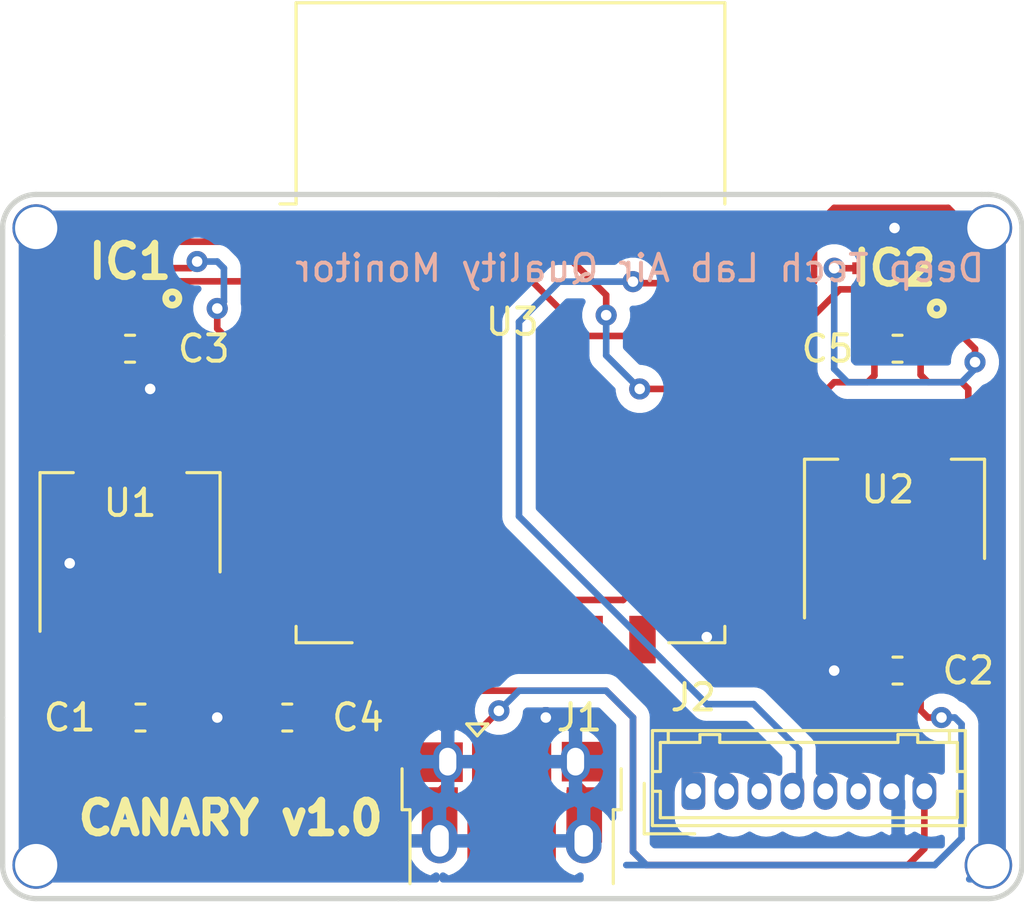
<source format=kicad_pcb>
(kicad_pcb (version 20171130) (host pcbnew 5.1.4-e60b266~84~ubuntu19.04.1)

  (general
    (thickness 1.6)
    (drawings 16)
    (tracks 216)
    (zones 0)
    (modules 12)
    (nets 29)
  )

  (page A4)
  (layers
    (0 F.Cu signal)
    (31 B.Cu signal)
    (32 B.Adhes user)
    (33 F.Adhes user)
    (34 B.Paste user)
    (35 F.Paste user)
    (36 B.SilkS user)
    (37 F.SilkS user)
    (38 B.Mask user)
    (39 F.Mask user)
    (40 Dwgs.User user)
    (41 Cmts.User user)
    (42 Eco1.User user)
    (43 Eco2.User user)
    (44 Edge.Cuts user)
    (45 Margin user)
    (46 B.CrtYd user)
    (47 F.CrtYd user)
    (48 B.Fab user)
    (49 F.Fab user hide)
  )

  (setup
    (last_trace_width 0.25)
    (trace_clearance 0.2)
    (zone_clearance 0.508)
    (zone_45_only no)
    (trace_min 0.2)
    (via_size 0.8)
    (via_drill 0.4)
    (via_min_size 0.4)
    (via_min_drill 0.3)
    (uvia_size 0.3)
    (uvia_drill 0.1)
    (uvias_allowed no)
    (uvia_min_size 0.2)
    (uvia_min_drill 0.1)
    (edge_width 0.2)
    (segment_width 0.2)
    (pcb_text_width 0.3)
    (pcb_text_size 1.5 1.5)
    (mod_edge_width 0.15)
    (mod_text_size 1 1)
    (mod_text_width 0.15)
    (pad_size 2.5 1)
    (pad_drill 0)
    (pad_to_mask_clearance 0.2)
    (aux_axis_origin 0 0)
    (visible_elements 7FFFFFFF)
    (pcbplotparams
      (layerselection 0x010fc_ffffffff)
      (usegerberextensions false)
      (usegerberattributes false)
      (usegerberadvancedattributes false)
      (creategerberjobfile false)
      (excludeedgelayer true)
      (linewidth 0.100000)
      (plotframeref false)
      (viasonmask false)
      (mode 1)
      (useauxorigin false)
      (hpglpennumber 1)
      (hpglpenspeed 20)
      (hpglpendiameter 15.000000)
      (psnegative false)
      (psa4output false)
      (plotreference true)
      (plotvalue true)
      (plotinvisibletext false)
      (padsonsilk false)
      (subtractmaskfromsilk false)
      (outputformat 1)
      (mirror false)
      (drillshape 1)
      (scaleselection 1)
      (outputdirectory ""))
  )

  (net 0 "")
  (net 1 GND)
  (net 2 "Net-(C1-Pad1)")
  (net 3 VCC)
  (net 4 1.8V)
  (net 5 SDA)
  (net 6 "Net-(IC1-Pad3)")
  (net 7 SCK)
  (net 8 "Net-(J1-Pad4)")
  (net 9 "Net-(J1-Pad3)")
  (net 10 "Net-(J1-Pad2)")
  (net 11 SET)
  (net 12 RXD)
  (net 13 TXD)
  (net 14 RST)
  (net 15 N.C.)
  (net 16 "Net-(U3-Pad2)")
  (net 17 "Net-(U3-Pad4)")
  (net 18 "Net-(U3-Pad6)")
  (net 19 "Net-(U3-Pad9)")
  (net 20 "Net-(U3-Pad10)")
  (net 21 "Net-(U3-Pad11)")
  (net 22 "Net-(U3-Pad12)")
  (net 23 "Net-(U3-Pad13)")
  (net 24 "Net-(U3-Pad14)")
  (net 25 "Net-(U3-Pad22)")
  (net 26 "Net-(U3-Pad5)")
  (net 27 "Net-(U3-Pad1)")
  (net 28 "Net-(U3-Pad7)")

  (net_class Default "This is the default net class."
    (clearance 0.2)
    (trace_width 0.25)
    (via_dia 0.8)
    (via_drill 0.4)
    (uvia_dia 0.3)
    (uvia_drill 0.1)
    (add_net 1.8V)
    (add_net GND)
    (add_net N.C.)
    (add_net "Net-(C1-Pad1)")
    (add_net "Net-(IC1-Pad3)")
    (add_net "Net-(J1-Pad2)")
    (add_net "Net-(J1-Pad3)")
    (add_net "Net-(J1-Pad4)")
    (add_net "Net-(U3-Pad1)")
    (add_net "Net-(U3-Pad10)")
    (add_net "Net-(U3-Pad11)")
    (add_net "Net-(U3-Pad12)")
    (add_net "Net-(U3-Pad13)")
    (add_net "Net-(U3-Pad14)")
    (add_net "Net-(U3-Pad2)")
    (add_net "Net-(U3-Pad22)")
    (add_net "Net-(U3-Pad4)")
    (add_net "Net-(U3-Pad5)")
    (add_net "Net-(U3-Pad6)")
    (add_net "Net-(U3-Pad7)")
    (add_net "Net-(U3-Pad9)")
    (add_net RST)
    (add_net RXD)
    (add_net SCK)
    (add_net SDA)
    (add_net SET)
    (add_net TXD)
    (add_net VCC)
  )

  (module Capacitor_SMD:C_0603_1608Metric_Pad1.05x0.95mm_HandSolder (layer F.Cu) (tedit 5B301BBE) (tstamp 5D652CD2)
    (at 128.919 83.566 180)
    (descr "Capacitor SMD 0603 (1608 Metric), square (rectangular) end terminal, IPC_7351 nominal with elongated pad for handsoldering. (Body size source: http://www.tortai-tech.com/upload/download/2011102023233369053.pdf), generated with kicad-footprint-generator")
    (tags "capacitor handsolder")
    (path /5BD2DF0F)
    (attr smd)
    (fp_text reference C1 (at 2.681 0) (layer F.SilkS)
      (effects (font (size 1 1) (thickness 0.15)))
    )
    (fp_text value 100nF (at 0 1.43) (layer F.Fab)
      (effects (font (size 1 1) (thickness 0.15)))
    )
    (fp_line (start -0.8 0.4) (end -0.8 -0.4) (layer F.Fab) (width 0.1))
    (fp_line (start -0.8 -0.4) (end 0.8 -0.4) (layer F.Fab) (width 0.1))
    (fp_line (start 0.8 -0.4) (end 0.8 0.4) (layer F.Fab) (width 0.1))
    (fp_line (start 0.8 0.4) (end -0.8 0.4) (layer F.Fab) (width 0.1))
    (fp_line (start -0.171267 -0.51) (end 0.171267 -0.51) (layer F.SilkS) (width 0.12))
    (fp_line (start -0.171267 0.51) (end 0.171267 0.51) (layer F.SilkS) (width 0.12))
    (fp_line (start -1.65 0.73) (end -1.65 -0.73) (layer F.CrtYd) (width 0.05))
    (fp_line (start -1.65 -0.73) (end 1.65 -0.73) (layer F.CrtYd) (width 0.05))
    (fp_line (start 1.65 -0.73) (end 1.65 0.73) (layer F.CrtYd) (width 0.05))
    (fp_line (start 1.65 0.73) (end -1.65 0.73) (layer F.CrtYd) (width 0.05))
    (fp_text user %R (at 0 0) (layer F.Fab)
      (effects (font (size 0.4 0.4) (thickness 0.06)))
    )
    (pad 1 smd roundrect (at -0.875 0 180) (size 1.05 0.95) (layers F.Cu F.Paste F.Mask) (roundrect_rratio 0.25)
      (net 2 "Net-(C1-Pad1)"))
    (pad 2 smd roundrect (at 0.875 0 180) (size 1.05 0.95) (layers F.Cu F.Paste F.Mask) (roundrect_rratio 0.25)
      (net 1 GND))
    (model ${KISYS3DMOD}/Capacitor_SMD.3dshapes/C_0603_1608Metric.wrl
      (at (xyz 0 0 0))
      (scale (xyz 1 1 1))
      (rotate (xyz 0 0 0))
    )
  )

  (module Capacitor_SMD:C_0603_1608Metric_Pad1.05x0.95mm_HandSolder (layer F.Cu) (tedit 5B301BBE) (tstamp 5D652CE3)
    (at 157.593 81.788 180)
    (descr "Capacitor SMD 0603 (1608 Metric), square (rectangular) end terminal, IPC_7351 nominal with elongated pad for handsoldering. (Body size source: http://www.tortai-tech.com/upload/download/2011102023233369053.pdf), generated with kicad-footprint-generator")
    (tags "capacitor handsolder")
    (path /5BD3676F)
    (attr smd)
    (fp_text reference C2 (at -2.681 0) (layer F.SilkS)
      (effects (font (size 1 1) (thickness 0.15)))
    )
    (fp_text value 100nF (at 0 1.43) (layer F.Fab)
      (effects (font (size 1 1) (thickness 0.15)))
    )
    (fp_line (start -0.8 0.4) (end -0.8 -0.4) (layer F.Fab) (width 0.1))
    (fp_line (start -0.8 -0.4) (end 0.8 -0.4) (layer F.Fab) (width 0.1))
    (fp_line (start 0.8 -0.4) (end 0.8 0.4) (layer F.Fab) (width 0.1))
    (fp_line (start 0.8 0.4) (end -0.8 0.4) (layer F.Fab) (width 0.1))
    (fp_line (start -0.171267 -0.51) (end 0.171267 -0.51) (layer F.SilkS) (width 0.12))
    (fp_line (start -0.171267 0.51) (end 0.171267 0.51) (layer F.SilkS) (width 0.12))
    (fp_line (start -1.65 0.73) (end -1.65 -0.73) (layer F.CrtYd) (width 0.05))
    (fp_line (start -1.65 -0.73) (end 1.65 -0.73) (layer F.CrtYd) (width 0.05))
    (fp_line (start 1.65 -0.73) (end 1.65 0.73) (layer F.CrtYd) (width 0.05))
    (fp_line (start 1.65 0.73) (end -1.65 0.73) (layer F.CrtYd) (width 0.05))
    (fp_text user %R (at 0 0) (layer F.Fab)
      (effects (font (size 0.4 0.4) (thickness 0.06)))
    )
    (pad 1 smd roundrect (at -0.875 0 180) (size 1.05 0.95) (layers F.Cu F.Paste F.Mask) (roundrect_rratio 0.25)
      (net 2 "Net-(C1-Pad1)"))
    (pad 2 smd roundrect (at 0.875 0 180) (size 1.05 0.95) (layers F.Cu F.Paste F.Mask) (roundrect_rratio 0.25)
      (net 1 GND))
    (model ${KISYS3DMOD}/Capacitor_SMD.3dshapes/C_0603_1608Metric.wrl
      (at (xyz 0 0 0))
      (scale (xyz 1 1 1))
      (rotate (xyz 0 0 0))
    )
  )

  (module Capacitor_SMD:C_0603_1608Metric_Pad1.05x0.95mm_HandSolder (layer F.Cu) (tedit 5B301BBE) (tstamp 5D652CF4)
    (at 128.524 69.596)
    (descr "Capacitor SMD 0603 (1608 Metric), square (rectangular) end terminal, IPC_7351 nominal with elongated pad for handsoldering. (Body size source: http://www.tortai-tech.com/upload/download/2011102023233369053.pdf), generated with kicad-footprint-generator")
    (tags "capacitor handsolder")
    (path /5BD016D5)
    (attr smd)
    (fp_text reference C3 (at 2.794 0) (layer F.SilkS)
      (effects (font (size 1 1) (thickness 0.15)))
    )
    (fp_text value 100nF (at 0 1.43) (layer F.Fab)
      (effects (font (size 1 1) (thickness 0.15)))
    )
    (fp_line (start -0.8 0.4) (end -0.8 -0.4) (layer F.Fab) (width 0.1))
    (fp_line (start -0.8 -0.4) (end 0.8 -0.4) (layer F.Fab) (width 0.1))
    (fp_line (start 0.8 -0.4) (end 0.8 0.4) (layer F.Fab) (width 0.1))
    (fp_line (start 0.8 0.4) (end -0.8 0.4) (layer F.Fab) (width 0.1))
    (fp_line (start -0.171267 -0.51) (end 0.171267 -0.51) (layer F.SilkS) (width 0.12))
    (fp_line (start -0.171267 0.51) (end 0.171267 0.51) (layer F.SilkS) (width 0.12))
    (fp_line (start -1.65 0.73) (end -1.65 -0.73) (layer F.CrtYd) (width 0.05))
    (fp_line (start -1.65 -0.73) (end 1.65 -0.73) (layer F.CrtYd) (width 0.05))
    (fp_line (start 1.65 -0.73) (end 1.65 0.73) (layer F.CrtYd) (width 0.05))
    (fp_line (start 1.65 0.73) (end -1.65 0.73) (layer F.CrtYd) (width 0.05))
    (fp_text user %R (at 0 0) (layer F.Fab)
      (effects (font (size 0.4 0.4) (thickness 0.06)))
    )
    (pad 1 smd roundrect (at -0.875 0) (size 1.05 0.95) (layers F.Cu F.Paste F.Mask) (roundrect_rratio 0.25)
      (net 3 VCC))
    (pad 2 smd roundrect (at 0.875 0) (size 1.05 0.95) (layers F.Cu F.Paste F.Mask) (roundrect_rratio 0.25)
      (net 1 GND))
    (model ${KISYS3DMOD}/Capacitor_SMD.3dshapes/C_0603_1608Metric.wrl
      (at (xyz 0 0 0))
      (scale (xyz 1 1 1))
      (rotate (xyz 0 0 0))
    )
  )

  (module Capacitor_SMD:C_0603_1608Metric_Pad1.05x0.95mm_HandSolder (layer F.Cu) (tedit 5B301BBE) (tstamp 5D652D05)
    (at 134.479 83.566 180)
    (descr "Capacitor SMD 0603 (1608 Metric), square (rectangular) end terminal, IPC_7351 nominal with elongated pad for handsoldering. (Body size source: http://www.tortai-tech.com/upload/download/2011102023233369053.pdf), generated with kicad-footprint-generator")
    (tags "capacitor handsolder")
    (path /5BD2FF85)
    (attr smd)
    (fp_text reference C4 (at -2.681 0) (layer F.SilkS)
      (effects (font (size 1 1) (thickness 0.15)))
    )
    (fp_text value 100nF (at 0 1.43) (layer F.Fab)
      (effects (font (size 1 1) (thickness 0.15)))
    )
    (fp_text user %R (at 0 0) (layer F.Fab)
      (effects (font (size 0.4 0.4) (thickness 0.06)))
    )
    (fp_line (start 1.65 0.73) (end -1.65 0.73) (layer F.CrtYd) (width 0.05))
    (fp_line (start 1.65 -0.73) (end 1.65 0.73) (layer F.CrtYd) (width 0.05))
    (fp_line (start -1.65 -0.73) (end 1.65 -0.73) (layer F.CrtYd) (width 0.05))
    (fp_line (start -1.65 0.73) (end -1.65 -0.73) (layer F.CrtYd) (width 0.05))
    (fp_line (start -0.171267 0.51) (end 0.171267 0.51) (layer F.SilkS) (width 0.12))
    (fp_line (start -0.171267 -0.51) (end 0.171267 -0.51) (layer F.SilkS) (width 0.12))
    (fp_line (start 0.8 0.4) (end -0.8 0.4) (layer F.Fab) (width 0.1))
    (fp_line (start 0.8 -0.4) (end 0.8 0.4) (layer F.Fab) (width 0.1))
    (fp_line (start -0.8 -0.4) (end 0.8 -0.4) (layer F.Fab) (width 0.1))
    (fp_line (start -0.8 0.4) (end -0.8 -0.4) (layer F.Fab) (width 0.1))
    (pad 2 smd roundrect (at 0.875 0 180) (size 1.05 0.95) (layers F.Cu F.Paste F.Mask) (roundrect_rratio 0.25)
      (net 1 GND))
    (pad 1 smd roundrect (at -0.875 0 180) (size 1.05 0.95) (layers F.Cu F.Paste F.Mask) (roundrect_rratio 0.25)
      (net 3 VCC))
    (model ${KISYS3DMOD}/Capacitor_SMD.3dshapes/C_0603_1608Metric.wrl
      (at (xyz 0 0 0))
      (scale (xyz 1 1 1))
      (rotate (xyz 0 0 0))
    )
  )

  (module Capacitor_SMD:C_0603_1608Metric_Pad1.05x0.95mm_HandSolder (layer F.Cu) (tedit 5B301BBE) (tstamp 5D652D16)
    (at 157.593 69.596 180)
    (descr "Capacitor SMD 0603 (1608 Metric), square (rectangular) end terminal, IPC_7351 nominal with elongated pad for handsoldering. (Body size source: http://www.tortai-tech.com/upload/download/2011102023233369053.pdf), generated with kicad-footprint-generator")
    (tags "capacitor handsolder")
    (path /5BD36779)
    (attr smd)
    (fp_text reference C5 (at 2.653 0) (layer F.SilkS)
      (effects (font (size 1 1) (thickness 0.15)))
    )
    (fp_text value 100nF (at 0 1.43) (layer F.Fab)
      (effects (font (size 1 1) (thickness 0.15)))
    )
    (fp_text user %R (at 0 0) (layer F.Fab)
      (effects (font (size 0.4 0.4) (thickness 0.06)))
    )
    (fp_line (start 1.65 0.73) (end -1.65 0.73) (layer F.CrtYd) (width 0.05))
    (fp_line (start 1.65 -0.73) (end 1.65 0.73) (layer F.CrtYd) (width 0.05))
    (fp_line (start -1.65 -0.73) (end 1.65 -0.73) (layer F.CrtYd) (width 0.05))
    (fp_line (start -1.65 0.73) (end -1.65 -0.73) (layer F.CrtYd) (width 0.05))
    (fp_line (start -0.171267 0.51) (end 0.171267 0.51) (layer F.SilkS) (width 0.12))
    (fp_line (start -0.171267 -0.51) (end 0.171267 -0.51) (layer F.SilkS) (width 0.12))
    (fp_line (start 0.8 0.4) (end -0.8 0.4) (layer F.Fab) (width 0.1))
    (fp_line (start 0.8 -0.4) (end 0.8 0.4) (layer F.Fab) (width 0.1))
    (fp_line (start -0.8 -0.4) (end 0.8 -0.4) (layer F.Fab) (width 0.1))
    (fp_line (start -0.8 0.4) (end -0.8 -0.4) (layer F.Fab) (width 0.1))
    (pad 2 smd roundrect (at 0.875 0 180) (size 1.05 0.95) (layers F.Cu F.Paste F.Mask) (roundrect_rratio 0.25)
      (net 1 GND))
    (pad 1 smd roundrect (at -0.875 0 180) (size 1.05 0.95) (layers F.Cu F.Paste F.Mask) (roundrect_rratio 0.25)
      (net 4 1.8V))
    (model ${KISYS3DMOD}/Capacitor_SMD.3dshapes/C_0603_1608Metric.wrl
      (at (xyz 0 0 0))
      (scale (xyz 1 1 1))
      (rotate (xyz 0 0 0))
    )
  )

  (module SHT30-DIS-B:SON50P250X250X100-9N (layer F.Cu) (tedit 5A6AC612) (tstamp 5D652D3E)
    (at 128.524 66.294 180)
    (descr SHT3x)
    (tags "Integrated Circuit")
    (path /5D666306)
    (attr smd)
    (fp_text reference IC1 (at 0 0) (layer F.SilkS)
      (effects (font (size 1.27 1.27) (thickness 0.254)))
    )
    (fp_text value SHT30-DIS-B (at 4.064 4.318) (layer F.SilkS) hide
      (effects (font (size 1.27 1.27) (thickness 0.254)))
    )
    (fp_line (start -1.85 -1.55) (end 1.85 -1.55) (layer Dwgs.User) (width 0.05))
    (fp_line (start 1.85 -1.55) (end 1.85 1.55) (layer Dwgs.User) (width 0.05))
    (fp_line (start 1.85 1.55) (end -1.85 1.55) (layer Dwgs.User) (width 0.05))
    (fp_line (start -1.85 1.55) (end -1.85 -1.55) (layer Dwgs.User) (width 0.05))
    (fp_line (start -1.25 -1.25) (end 1.25 -1.25) (layer Dwgs.User) (width 0.1))
    (fp_line (start 1.25 -1.25) (end 1.25 1.25) (layer Dwgs.User) (width 0.1))
    (fp_line (start 1.25 1.25) (end -1.25 1.25) (layer Dwgs.User) (width 0.1))
    (fp_line (start -1.25 1.25) (end -1.25 -1.25) (layer Dwgs.User) (width 0.1))
    (fp_line (start -1.25 -0.625) (end -0.625 -1.25) (layer Dwgs.User) (width 0.1))
    (fp_circle (center -1.6 -1.4) (end -1.475 -1.4) (layer F.SilkS) (width 0.254))
    (pad 1 smd rect (at -1.2 -0.75 270) (size 0.3 0.8) (layers F.Cu F.Paste F.Mask)
      (net 5 SDA))
    (pad 2 smd rect (at -1.2 -0.25 270) (size 0.3 0.8) (layers F.Cu F.Paste F.Mask)
      (net 3 VCC))
    (pad 3 smd rect (at -1.2 0.25 270) (size 0.3 0.8) (layers F.Cu F.Paste F.Mask)
      (net 6 "Net-(IC1-Pad3)"))
    (pad 4 smd rect (at -1.2 0.75 270) (size 0.3 0.8) (layers F.Cu F.Paste F.Mask)
      (net 7 SCK))
    (pad 5 smd rect (at 1.2 0.75 270) (size 0.3 0.8) (layers F.Cu F.Paste F.Mask)
      (net 3 VCC))
    (pad 6 smd rect (at 1.2 0.25 270) (size 0.3 0.8) (layers F.Cu F.Paste F.Mask)
      (net 1 GND))
    (pad 7 smd rect (at 1.2 -0.25 270) (size 0.3 0.8) (layers F.Cu F.Paste F.Mask)
      (net 1 GND))
    (pad 8 smd rect (at 1.2 -0.75 270) (size 0.3 0.8) (layers F.Cu F.Paste F.Mask)
      (net 1 GND))
    (pad 9 smd rect (at 0 0 180) (size 1.2 1.9) (layers F.Cu F.Paste F.Mask)
      (net 1 GND))
  )

  (module SGP30-2.5k:SON80P245X245X90-7N (layer F.Cu) (tedit 5A7469E4) (tstamp 5D652D53)
    (at 157.48 66.548 180)
    (descr SGP30)
    (tags "Integrated Circuit")
    (path /5D66815F)
    (attr smd)
    (fp_text reference IC2 (at 0 0) (layer F.SilkS)
      (effects (font (size 1.27 1.27) (thickness 0.254)))
    )
    (fp_text value SGP30-2.5k (at -1.27 4.826) (layer F.SilkS) hide
      (effects (font (size 1.27 1.27) (thickness 0.254)))
    )
    (fp_line (start -1.85 -1.475) (end 1.85 -1.475) (layer Dwgs.User) (width 0.05))
    (fp_line (start 1.85 -1.475) (end 1.85 1.475) (layer Dwgs.User) (width 0.05))
    (fp_line (start 1.85 1.475) (end -1.85 1.475) (layer Dwgs.User) (width 0.05))
    (fp_line (start -1.85 1.475) (end -1.85 -1.475) (layer Dwgs.User) (width 0.05))
    (fp_line (start -1.225 -1.225) (end 1.225 -1.225) (layer Dwgs.User) (width 0.1))
    (fp_line (start 1.225 -1.225) (end 1.225 1.225) (layer Dwgs.User) (width 0.1))
    (fp_line (start 1.225 1.225) (end -1.225 1.225) (layer Dwgs.User) (width 0.1))
    (fp_line (start -1.225 1.225) (end -1.225 -1.225) (layer Dwgs.User) (width 0.1))
    (fp_line (start -1.225 -0.612) (end -0.612 -1.225) (layer Dwgs.User) (width 0.1))
    (fp_circle (center -1.6 -1.525) (end -1.475 -1.525) (layer F.SilkS) (width 0.254))
    (pad 1 smd rect (at -1.2 -0.8 270) (size 0.45 0.8) (layers F.Cu F.Paste F.Mask)
      (net 4 1.8V))
    (pad 2 smd rect (at -1.2 0 270) (size 0.45 0.8) (layers F.Cu F.Paste F.Mask)
      (net 1 GND))
    (pad 3 smd rect (at -1.2 0.8 270) (size 0.45 0.8) (layers F.Cu F.Paste F.Mask)
      (net 5 SDA))
    (pad 4 smd rect (at 1.2 0.8 270) (size 0.45 0.8) (layers F.Cu F.Paste F.Mask)
      (net 1 GND))
    (pad 5 smd rect (at 1.2 0 270) (size 0.45 0.8) (layers F.Cu F.Paste F.Mask)
      (net 4 1.8V))
    (pad 6 smd rect (at 1.2 -0.8 270) (size 0.45 0.8) (layers F.Cu F.Paste F.Mask)
      (net 7 SCK))
    (pad 7 smd rect (at 0 0 180) (size 1.25 1.7) (layers F.Cu F.Paste F.Mask)
      (net 1 GND))
  )

  (module Connector_USB:USB_Micro-B_Amphenol_10103594-0001LF_Horizontal (layer F.Cu) (tedit 5A1DC0BD) (tstamp 5D652D7D)
    (at 143.002 87.122)
    (descr "Micro USB Type B 10103594-0001LF, http://cdn.amphenol-icc.com/media/wysiwyg/files/drawing/10103594.pdf")
    (tags "USB USB_B USB_micro USB_OTG")
    (path /5BD17B73)
    (attr smd)
    (fp_text reference J1 (at 2.54 -3.556) (layer F.SilkS)
      (effects (font (size 1 1) (thickness 0.15)))
    )
    (fp_text value USB_B_Micro (at -0.025 4.435) (layer F.Fab)
      (effects (font (size 1 1) (thickness 0.15)))
    )
    (fp_text user "PCB edge" (at -0.025 2.235) (layer Dwgs.User)
      (effects (font (size 0.5 0.5) (thickness 0.075)))
    )
    (fp_text user %R (at -0.025 -0.015) (layer F.Fab)
      (effects (font (size 1 1) (thickness 0.15)))
    )
    (fp_line (start -4.175 -0.065) (end -4.175 -1.615) (layer F.SilkS) (width 0.12))
    (fp_line (start -4.175 -0.065) (end -3.875 -0.065) (layer F.SilkS) (width 0.12))
    (fp_line (start -3.875 2.735) (end -3.875 -0.065) (layer F.SilkS) (width 0.12))
    (fp_line (start 4.125 -0.065) (end 4.125 -1.615) (layer F.SilkS) (width 0.12))
    (fp_line (start 3.825 -0.065) (end 4.125 -0.065) (layer F.SilkS) (width 0.12))
    (fp_line (start 3.825 2.735) (end 3.825 -0.065) (layer F.SilkS) (width 0.12))
    (fp_line (start -0.925 -3.315) (end -1.325 -2.865) (layer F.SilkS) (width 0.12))
    (fp_line (start -1.725 -3.315) (end -0.925 -3.315) (layer F.SilkS) (width 0.12))
    (fp_line (start -1.325 -2.865) (end -1.725 -3.315) (layer F.SilkS) (width 0.12))
    (fp_line (start -3.775 -0.865) (end -2.975 -1.615) (layer F.Fab) (width 0.12))
    (fp_line (start 3.725 3.335) (end -3.775 3.335) (layer F.Fab) (width 0.12))
    (fp_line (start 3.725 -1.615) (end 3.725 3.335) (layer F.Fab) (width 0.12))
    (fp_line (start -2.975 -1.615) (end 3.725 -1.615) (layer F.Fab) (width 0.12))
    (fp_line (start -3.775 3.335) (end -3.775 -0.865) (layer F.Fab) (width 0.12))
    (fp_line (start -4.025 2.835) (end 3.975 2.835) (layer Dwgs.User) (width 0.1))
    (fp_line (start -4.13 -2.88) (end 4.14 -2.88) (layer F.CrtYd) (width 0.05))
    (fp_line (start -4.13 -2.88) (end -4.13 3.58) (layer F.CrtYd) (width 0.05))
    (fp_line (start 4.14 3.58) (end 4.14 -2.88) (layer F.CrtYd) (width 0.05))
    (fp_line (start 4.14 3.58) (end -4.13 3.58) (layer F.CrtYd) (width 0.05))
    (pad 6 smd rect (at 2.725 0.185) (size 1.35 2) (layers F.Cu F.Paste F.Mask)
      (net 1 GND))
    (pad 6 smd rect (at -2.755 0.185) (size 1.35 2) (layers F.Cu F.Paste F.Mask)
      (net 1 GND))
    (pad 6 smd rect (at -2.975 -0.565) (size 1.825 0.7) (layers F.Cu F.Paste F.Mask)
      (net 1 GND))
    (pad 6 smd rect (at 2.975 -0.565) (size 1.825 0.7) (layers F.Cu F.Paste F.Mask)
      (net 1 GND))
    (pad 6 smd rect (at -2.875 -1.865) (size 2 1.5) (layers F.Cu F.Paste F.Mask)
      (net 1 GND))
    (pad 6 smd rect (at 2.875 -1.885) (size 2 1.5) (layers F.Cu F.Paste F.Mask)
      (net 1 GND))
    (pad 1 smd rect (at -1.325 -1.765 90) (size 1.65 0.4) (layers F.Cu F.Paste F.Mask)
      (net 2 "Net-(C1-Pad1)"))
    (pad 2 smd rect (at -0.675 -1.765 90) (size 1.65 0.4) (layers F.Cu F.Paste F.Mask)
      (net 10 "Net-(J1-Pad2)"))
    (pad 3 smd rect (at -0.025 -1.765 90) (size 1.65 0.4) (layers F.Cu F.Paste F.Mask)
      (net 9 "Net-(J1-Pad3)"))
    (pad 4 smd rect (at 0.625 -1.765 90) (size 1.65 0.4) (layers F.Cu F.Paste F.Mask)
      (net 8 "Net-(J1-Pad4)"))
    (pad 5 smd rect (at 1.275 -1.765 90) (size 1.65 0.4) (layers F.Cu F.Paste F.Mask)
      (net 1 GND))
    (pad 6 thru_hole oval (at -2.445 -1.885 90) (size 1.5 1.1) (drill oval 1.05 0.65) (layers *.Cu *.Mask)
      (net 1 GND))
    (pad 6 thru_hole oval (at 2.395 -1.885 90) (size 1.5 1.1) (drill oval 1.05 0.65) (layers *.Cu *.Mask)
      (net 1 GND))
    (pad 6 thru_hole oval (at -2.755 1.115 90) (size 1.7 1.35) (drill oval 1.2 0.7) (layers *.Cu *.Mask)
      (net 1 GND))
    (pad 6 thru_hole oval (at 2.705 1.115 90) (size 1.7 1.35) (drill oval 1.2 0.7) (layers *.Cu *.Mask)
      (net 1 GND))
    (pad 6 smd rect (at -0.985 1.385 90) (size 2.5 1.43) (layers F.Cu F.Paste F.Mask)
      (net 1 GND))
    (pad 6 smd rect (at 0.935 1.385 90) (size 2.5 1.43) (layers F.Cu F.Paste F.Mask)
      (net 1 GND))
    (model ${KISYS3DMOD}/Connector_USB.3dshapes/USB_Micro-B_Amphenol_10103594-0001LF_Horizontal.wrl
      (offset (xyz -200 -120.5 0))
      (scale (xyz 1 1 1))
      (rotate (xyz 0 0 0))
    )
    (model "/home/jp/Documents/KiCAD Custom Library/s10118192/10118192C.stp"
      (offset (xyz -98 3 0))
      (scale (xyz 1 1 1))
      (rotate (xyz -90 0 0))
    )
  )

  (module Connector_Hirose:Hirose_DF13-08P-1.25DSA_1x08_P1.25mm_Vertical (layer F.Cu) (tedit 5D246D4C) (tstamp 5D652DB0)
    (at 149.86 86.36)
    (descr "Hirose DF13 through hole, DF13-08P-1.25DSA, 8 Pins per row (https://www.hirose.com/product/en/products/DF13/DF13-2P-1.25DSA%2850%29/), generated with kicad-footprint-generator")
    (tags "connector Hirose DF13 vertical")
    (path /5BD58BC7)
    (fp_text reference J2 (at 0 -3.556) (layer F.SilkS)
      (effects (font (size 1 1) (thickness 0.15)))
    )
    (fp_text value PMS5003 (at 4.38 2.4) (layer F.Fab)
      (effects (font (size 1 1) (thickness 0.15)))
    )
    (fp_line (start -1.45 -2.2) (end -1.45 1.2) (layer F.Fab) (width 0.1))
    (fp_line (start -1.45 1.2) (end 10.2 1.2) (layer F.Fab) (width 0.1))
    (fp_line (start 10.2 1.2) (end 10.2 -2.2) (layer F.Fab) (width 0.1))
    (fp_line (start 10.2 -2.2) (end -1.45 -2.2) (layer F.Fab) (width 0.1))
    (fp_line (start -1.55 -2.3) (end -1.55 1.3) (layer F.SilkS) (width 0.12))
    (fp_line (start -1.55 1.3) (end 10.3 1.3) (layer F.SilkS) (width 0.12))
    (fp_line (start 10.3 1.3) (end 10.3 -2.3) (layer F.SilkS) (width 0.12))
    (fp_line (start 10.3 -2.3) (end -1.55 -2.3) (layer F.SilkS) (width 0.12))
    (fp_line (start -1.86 -0.3) (end -1.86 1.61) (layer F.SilkS) (width 0.12))
    (fp_line (start -1.86 1.61) (end 0.05 1.61) (layer F.SilkS) (width 0.12))
    (fp_line (start -0.5 1.2) (end 0 0.492893) (layer F.Fab) (width 0.1))
    (fp_line (start 0 0.492893) (end 0.5 1.2) (layer F.Fab) (width 0.1))
    (fp_line (start -1.55 0) (end -1.25 0) (layer F.SilkS) (width 0.12))
    (fp_line (start -1.25 0) (end -1.25 1) (layer F.SilkS) (width 0.12))
    (fp_line (start -1.25 1) (end 10 1) (layer F.SilkS) (width 0.12))
    (fp_line (start 10 1) (end 10 0) (layer F.SilkS) (width 0.12))
    (fp_line (start 10 0) (end 10.3 0) (layer F.SilkS) (width 0.12))
    (fp_line (start -1.55 -0.75) (end -1.25 -0.75) (layer F.SilkS) (width 0.12))
    (fp_line (start -1.25 -0.75) (end -1.25 -1.85) (layer F.SilkS) (width 0.12))
    (fp_line (start -1.25 -1.85) (end -0.95 -1.85) (layer F.SilkS) (width 0.12))
    (fp_line (start -0.95 -1.85) (end -0.95 -2.3) (layer F.SilkS) (width 0.12))
    (fp_line (start 10.3 -0.75) (end 10 -0.75) (layer F.SilkS) (width 0.12))
    (fp_line (start 10 -0.75) (end 10 -1.85) (layer F.SilkS) (width 0.12))
    (fp_line (start 10 -1.85) (end 9.7 -1.85) (layer F.SilkS) (width 0.12))
    (fp_line (start 9.7 -1.85) (end 9.7 -2.3) (layer F.SilkS) (width 0.12))
    (fp_line (start -0.95 -1.85) (end 0.25 -1.85) (layer F.SilkS) (width 0.12))
    (fp_line (start 0.25 -1.85) (end 0.25 -2.15) (layer F.SilkS) (width 0.12))
    (fp_line (start 0.25 -2.15) (end 1 -2.15) (layer F.SilkS) (width 0.12))
    (fp_line (start 1 -2.15) (end 1 -1.85) (layer F.SilkS) (width 0.12))
    (fp_line (start 1 -1.85) (end 7.75 -1.85) (layer F.SilkS) (width 0.12))
    (fp_line (start 7.75 -1.85) (end 7.75 -2.15) (layer F.SilkS) (width 0.12))
    (fp_line (start 7.75 -2.15) (end 8.5 -2.15) (layer F.SilkS) (width 0.12))
    (fp_line (start 8.5 -2.15) (end 8.5 -1.85) (layer F.SilkS) (width 0.12))
    (fp_line (start 8.5 -1.85) (end 9.7 -1.85) (layer F.SilkS) (width 0.12))
    (fp_line (start -1.95 -2.7) (end -1.95 1.7) (layer F.CrtYd) (width 0.05))
    (fp_line (start -1.95 1.7) (end 10.7 1.7) (layer F.CrtYd) (width 0.05))
    (fp_line (start 10.7 1.7) (end 10.7 -2.7) (layer F.CrtYd) (width 0.05))
    (fp_line (start 10.7 -2.7) (end -1.95 -2.7) (layer F.CrtYd) (width 0.05))
    (fp_text user %R (at 4.38 -1.5) (layer F.Fab)
      (effects (font (size 1 1) (thickness 0.15)))
    )
    (pad 1 thru_hole roundrect (at 0 0) (size 0.9 1.4) (drill 0.6) (layers *.Cu *.Mask) (roundrect_rratio 0.25)
      (net 15 N.C.))
    (pad 2 thru_hole oval (at 1.25 0) (size 0.9 1.4) (drill 0.6) (layers *.Cu *.Mask)
      (net 15 N.C.))
    (pad 3 thru_hole oval (at 2.5 0) (size 0.9 1.4) (drill 0.6) (layers *.Cu *.Mask)
      (net 14 RST))
    (pad 4 thru_hole oval (at 3.75 0) (size 0.9 1.4) (drill 0.6) (layers *.Cu *.Mask)
      (net 13 TXD))
    (pad 5 thru_hole oval (at 5 0) (size 0.9 1.4) (drill 0.6) (layers *.Cu *.Mask)
      (net 12 RXD))
    (pad 6 thru_hole oval (at 6.25 0) (size 0.9 1.4) (drill 0.6) (layers *.Cu *.Mask)
      (net 11 SET))
    (pad 7 thru_hole oval (at 7.5 0) (size 0.9 1.4) (drill 0.6) (layers *.Cu *.Mask)
      (net 1 GND))
    (pad 8 thru_hole oval (at 8.75 0) (size 0.9 1.4) (drill 0.6) (layers *.Cu *.Mask)
      (net 3 VCC))
    (model ${KISYS3DMOD}/Connector_Hirose.3dshapes/Hirose_DF13-08P-1.25DSA_1x08_P1.25mm_Vertical.wrl
      (at (xyz 0 0 0))
      (scale (xyz 1 1 1))
      (rotate (xyz 0 0 0))
    )
    (model "/home/jp/Documents/KiCAD Custom Library/WNCW-1600275_0001217332I (1)/DF13-8P-1.25DSA.igs"
      (offset (xyz -7.5 -25 1.5))
      (scale (xyz 1 1 1))
      (rotate (xyz -90 0 90))
    )
  )

  (module Package_TO_SOT_SMD:SOT-223 (layer F.Cu) (tedit 5A02FF57) (tstamp 5D652DC6)
    (at 128.524 76.2 90)
    (descr "module CMS SOT223 4 pins")
    (tags "CMS SOT")
    (path /5BD17AAF)
    (attr smd)
    (fp_text reference U1 (at 0.762 0 180) (layer F.SilkS)
      (effects (font (size 1 1) (thickness 0.15)))
    )
    (fp_text value AMS1117-3.3 (at 0 4.5 90) (layer F.Fab)
      (effects (font (size 1 1) (thickness 0.15)))
    )
    (fp_line (start 1.85 -3.35) (end 1.85 3.35) (layer F.Fab) (width 0.1))
    (fp_line (start -1.85 3.35) (end 1.85 3.35) (layer F.Fab) (width 0.1))
    (fp_line (start -4.1 -3.41) (end 1.91 -3.41) (layer F.SilkS) (width 0.12))
    (fp_line (start -0.8 -3.35) (end 1.85 -3.35) (layer F.Fab) (width 0.1))
    (fp_line (start -1.85 3.41) (end 1.91 3.41) (layer F.SilkS) (width 0.12))
    (fp_line (start -1.85 -2.3) (end -1.85 3.35) (layer F.Fab) (width 0.1))
    (fp_line (start -4.4 -3.6) (end -4.4 3.6) (layer F.CrtYd) (width 0.05))
    (fp_line (start -4.4 3.6) (end 4.4 3.6) (layer F.CrtYd) (width 0.05))
    (fp_line (start 4.4 3.6) (end 4.4 -3.6) (layer F.CrtYd) (width 0.05))
    (fp_line (start 4.4 -3.6) (end -4.4 -3.6) (layer F.CrtYd) (width 0.05))
    (fp_line (start 1.91 -3.41) (end 1.91 -2.15) (layer F.SilkS) (width 0.12))
    (fp_line (start 1.91 3.41) (end 1.91 2.15) (layer F.SilkS) (width 0.12))
    (fp_line (start -1.85 -2.3) (end -0.8 -3.35) (layer F.Fab) (width 0.1))
    (fp_text user %R (at 0 0) (layer F.Fab)
      (effects (font (size 0.8 0.8) (thickness 0.12)))
    )
    (pad 1 smd rect (at -3.15 -2.3 90) (size 2 1.5) (layers F.Cu F.Paste F.Mask)
      (net 1 GND))
    (pad 3 smd rect (at -3.15 2.3 90) (size 2 1.5) (layers F.Cu F.Paste F.Mask)
      (net 2 "Net-(C1-Pad1)"))
    (pad 2 smd rect (at -3.15 0 90) (size 2 1.5) (layers F.Cu F.Paste F.Mask)
      (net 3 VCC))
    (pad 4 smd rect (at 3.15 0 90) (size 2 3.8) (layers F.Cu F.Paste F.Mask))
    (model ${KISYS3DMOD}/Package_TO_SOT_SMD.3dshapes/SOT-223.wrl
      (at (xyz 0 0 0))
      (scale (xyz 1 1 1))
      (rotate (xyz 0 0 0))
    )
  )

  (module Package_TO_SOT_SMD:SOT-223 (layer F.Cu) (tedit 5A02FF57) (tstamp 5D652DDC)
    (at 157.48 75.692 90)
    (descr "module CMS SOT223 4 pins")
    (tags "CMS SOT")
    (path /5BD17A4B)
    (attr smd)
    (fp_text reference U2 (at 0.762 -0.254 180) (layer F.SilkS)
      (effects (font (size 1 1) (thickness 0.15)))
    )
    (fp_text value AMS1117-1.8 (at 0 4.5 90) (layer F.Fab)
      (effects (font (size 1 1) (thickness 0.15)))
    )
    (fp_text user %R (at 0 0) (layer F.Fab)
      (effects (font (size 0.8 0.8) (thickness 0.12)))
    )
    (fp_line (start -1.85 -2.3) (end -0.8 -3.35) (layer F.Fab) (width 0.1))
    (fp_line (start 1.91 3.41) (end 1.91 2.15) (layer F.SilkS) (width 0.12))
    (fp_line (start 1.91 -3.41) (end 1.91 -2.15) (layer F.SilkS) (width 0.12))
    (fp_line (start 4.4 -3.6) (end -4.4 -3.6) (layer F.CrtYd) (width 0.05))
    (fp_line (start 4.4 3.6) (end 4.4 -3.6) (layer F.CrtYd) (width 0.05))
    (fp_line (start -4.4 3.6) (end 4.4 3.6) (layer F.CrtYd) (width 0.05))
    (fp_line (start -4.4 -3.6) (end -4.4 3.6) (layer F.CrtYd) (width 0.05))
    (fp_line (start -1.85 -2.3) (end -1.85 3.35) (layer F.Fab) (width 0.1))
    (fp_line (start -1.85 3.41) (end 1.91 3.41) (layer F.SilkS) (width 0.12))
    (fp_line (start -0.8 -3.35) (end 1.85 -3.35) (layer F.Fab) (width 0.1))
    (fp_line (start -4.1 -3.41) (end 1.91 -3.41) (layer F.SilkS) (width 0.12))
    (fp_line (start -1.85 3.35) (end 1.85 3.35) (layer F.Fab) (width 0.1))
    (fp_line (start 1.85 -3.35) (end 1.85 3.35) (layer F.Fab) (width 0.1))
    (pad 4 smd rect (at 3.15 0 90) (size 2 3.8) (layers F.Cu F.Paste F.Mask))
    (pad 2 smd rect (at -3.15 0 90) (size 2 1.5) (layers F.Cu F.Paste F.Mask)
      (net 4 1.8V))
    (pad 3 smd rect (at -3.15 2.3 90) (size 2 1.5) (layers F.Cu F.Paste F.Mask)
      (net 2 "Net-(C1-Pad1)"))
    (pad 1 smd rect (at -3.15 -2.3 90) (size 2 1.5) (layers F.Cu F.Paste F.Mask)
      (net 1 GND))
    (model ${KISYS3DMOD}/Package_TO_SOT_SMD.3dshapes/SOT-223.wrl
      (at (xyz 0 0 0))
      (scale (xyz 1 1 1))
      (rotate (xyz 0 0 0))
    )
  )

  (module RF_Module:ESP-12E (layer F.Cu) (tedit 5D648F19) (tstamp 5D652E17)
    (at 142.933001 68.613001)
    (descr "Wi-Fi Module, http://wiki.ai-thinker.com/_media/esp8266/docs/aithinker_esp_12f_datasheet_en.pdf")
    (tags "Wi-Fi Module")
    (path /5BBEDEBD)
    (attr smd)
    (fp_text reference U3 (at 0.068999 -0.033001) (layer F.SilkS)
      (effects (font (size 1 1) (thickness 0.15)))
    )
    (fp_text value ESP-12F (at -0.06 -12.78) (layer F.Fab)
      (effects (font (size 1 1) (thickness 0.15)))
    )
    (fp_text user Antenna (at -0.06 -7 180) (layer Cmts.User)
      (effects (font (size 1 1) (thickness 0.15)))
    )
    (fp_text user "KEEP-OUT ZONE" (at 0.03 -9.55 180) (layer Cmts.User)
      (effects (font (size 1 1) (thickness 0.15)))
    )
    (fp_text user %R (at 0.49 -0.8) (layer F.Fab)
      (effects (font (size 1 1) (thickness 0.15)))
    )
    (fp_line (start -8 -12) (end 8 -12) (layer F.Fab) (width 0.12))
    (fp_line (start 8 -12) (end 8 12) (layer F.Fab) (width 0.12))
    (fp_line (start 8 12) (end -8 12) (layer F.Fab) (width 0.12))
    (fp_line (start -8 12) (end -8 -3) (layer F.Fab) (width 0.12))
    (fp_line (start -8 -3) (end -7.5 -3.5) (layer F.Fab) (width 0.12))
    (fp_line (start -7.5 -3.5) (end -8 -4) (layer F.Fab) (width 0.12))
    (fp_line (start -8 -4) (end -8 -12) (layer F.Fab) (width 0.12))
    (fp_line (start -9.05 -12.2) (end 9.05 -12.2) (layer F.CrtYd) (width 0.05))
    (fp_line (start 9.05 -12.2) (end 9.05 13.1) (layer F.CrtYd) (width 0.05))
    (fp_line (start 9.05 13.1) (end -9.05 13.1) (layer F.CrtYd) (width 0.05))
    (fp_line (start -9.05 13.1) (end -9.05 -12.2) (layer F.CrtYd) (width 0.05))
    (fp_line (start -8.12 -12.12) (end 8.12 -12.12) (layer F.SilkS) (width 0.12))
    (fp_line (start 8.12 -12.12) (end 8.12 -4.5) (layer F.SilkS) (width 0.12))
    (fp_line (start 8.12 11.5) (end 8.12 12.12) (layer F.SilkS) (width 0.12))
    (fp_line (start 8.12 12.12) (end 6 12.12) (layer F.SilkS) (width 0.12))
    (fp_line (start -6 12.12) (end -8.12 12.12) (layer F.SilkS) (width 0.12))
    (fp_line (start -8.12 12.12) (end -8.12 11.5) (layer F.SilkS) (width 0.12))
    (fp_line (start -8.12 -4.5) (end -8.12 -12.12) (layer F.SilkS) (width 0.12))
    (fp_line (start -8.12 -4.5) (end -8.73 -4.5) (layer F.SilkS) (width 0.12))
    (fp_line (start -8.12 -12.12) (end 8.12 -12.12) (layer Dwgs.User) (width 0.12))
    (fp_line (start 8.12 -12.12) (end 8.12 -4.8) (layer Dwgs.User) (width 0.12))
    (fp_line (start 8.12 -4.8) (end -8.12 -4.8) (layer Dwgs.User) (width 0.12))
    (fp_line (start -8.12 -4.8) (end -8.12 -12.12) (layer Dwgs.User) (width 0.12))
    (fp_line (start -8.12 -9.12) (end -5.12 -12.12) (layer Dwgs.User) (width 0.12))
    (fp_line (start -8.12 -6.12) (end -2.12 -12.12) (layer Dwgs.User) (width 0.12))
    (fp_line (start -6.44 -4.8) (end 0.88 -12.12) (layer Dwgs.User) (width 0.12))
    (fp_line (start -3.44 -4.8) (end 3.88 -12.12) (layer Dwgs.User) (width 0.12))
    (fp_line (start -0.44 -4.8) (end 6.88 -12.12) (layer Dwgs.User) (width 0.12))
    (fp_line (start 2.56 -4.8) (end 8.12 -10.36) (layer Dwgs.User) (width 0.12))
    (fp_line (start 5.56 -4.8) (end 8.12 -7.36) (layer Dwgs.User) (width 0.12))
    (pad 1 smd rect (at -7.6 -3.5) (size 2.5 1) (layers F.Paste F.Mask)
      (net 27 "Net-(U3-Pad1)"))
    (pad 2 smd rect (at -7.6 -1.5) (size 2.5 1) (layers F.Paste F.Mask)
      (net 16 "Net-(U3-Pad2)"))
    (pad 3 smd rect (at -7.6 0.5) (size 2.5 1) (layers F.Cu F.Paste F.Mask)
      (net 3 VCC))
    (pad 4 smd rect (at -7.6 2.5) (size 2.5 1) (layers F.Cu F.Paste F.Mask)
      (net 17 "Net-(U3-Pad4)"))
    (pad 5 smd rect (at -7.6 4.5) (size 2.5 1) (layers F.Cu F.Paste F.Mask)
      (net 26 "Net-(U3-Pad5)"))
    (pad 6 smd rect (at -7.6 6.5) (size 2.5 1) (layers F.Cu F.Paste F.Mask)
      (net 18 "Net-(U3-Pad6)"))
    (pad 7 smd rect (at -7.6 8.5) (size 2.5 1) (layers F.Cu F.Paste F.Mask)
      (net 28 "Net-(U3-Pad7)"))
    (pad 8 smd rect (at -7.6 10.5) (size 2.5 1) (layers F.Cu F.Paste F.Mask)
      (net 3 VCC))
    (pad 9 smd rect (at -5 12) (size 1 1.8) (layers F.Cu F.Paste F.Mask)
      (net 19 "Net-(U3-Pad9)"))
    (pad 10 smd rect (at -3 12) (size 1 1.8) (layers F.Cu F.Paste F.Mask)
      (net 20 "Net-(U3-Pad10)"))
    (pad 11 smd rect (at -1 12) (size 1 1.8) (layers F.Cu F.Paste F.Mask)
      (net 21 "Net-(U3-Pad11)"))
    (pad 12 smd rect (at 1 12) (size 1 1.8) (layers F.Cu F.Paste F.Mask)
      (net 22 "Net-(U3-Pad12)"))
    (pad 13 smd rect (at 3 12) (size 1 1.8) (layers F.Cu F.Paste F.Mask)
      (net 23 "Net-(U3-Pad13)"))
    (pad 14 smd rect (at 5 12) (size 1 1.8) (layers F.Cu F.Paste F.Mask)
      (net 24 "Net-(U3-Pad14)"))
    (pad 15 smd rect (at 7.6 10.5) (size 2.5 1) (layers F.Cu F.Paste F.Mask)
      (net 1 GND))
    (pad 16 smd rect (at 7.6 8.5) (size 2.5 1) (layers F.Cu F.Paste F.Mask)
      (net 1 GND))
    (pad 17 smd rect (at 7.6 6.5) (size 2.5 1) (layers F.Cu F.Paste F.Mask)
      (net 3 VCC))
    (pad 18 smd rect (at 7.6 4.5) (size 2.5 1) (layers F.Cu F.Paste F.Mask)
      (net 3 VCC))
    (pad 19 smd rect (at 7.6 2.5) (size 2.5 1) (layers F.Cu F.Paste F.Mask)
      (net 7 SCK))
    (pad 20 smd rect (at 7.6 0.5) (size 2.5 1) (layers F.Cu F.Paste F.Mask)
      (net 5 SDA))
    (pad 21 smd rect (at 7.6 -1.5) (size 2.5 1) (layers F.Cu F.Paste F.Mask)
      (net 13 TXD))
    (pad 22 smd rect (at 7.6 -3.5) (size 2.5 1) (layers F.Cu F.Paste F.Mask)
      (net 25 "Net-(U3-Pad22)"))
    (model "/home/jp/Documents/KiCAD Custom Library/kicad-ESP8266-master/ESP8266.3dshapes/ESP-12-E-better.wrl"
      (offset (xyz -7 3.5 0))
      (scale (xyz 1 1 1))
      (rotate (xyz 0 0 0))
    )
  )

  (gr_text "Deep Tech Lab Air Quality Monitor" (at 147.828 66.548) (layer B.SilkS)
    (effects (font (size 1 1) (thickness 0.15)) (justify mirror))
  )
  (gr_text "CANARY v1.0" (at 132.334 87.376) (layer F.SilkS)
    (effects (font (size 1.2 1.2) (thickness 0.3)))
  )
  (gr_arc (start 124.968 89.154) (end 123.698 89.154) (angle -90) (layer Edge.Cuts) (width 0.2))
  (gr_arc (start 161.036 89.154) (end 161.036 90.424) (angle -90) (layer Edge.Cuts) (width 0.2))
  (gr_line (start 160.782 63.754) (end 161.036 63.754) (layer Edge.Cuts) (width 0.2) (tstamp 5D654B31))
  (gr_arc (start 161.036 65.024) (end 162.306 65.024) (angle -90) (layer Edge.Cuts) (width 0.2))
  (gr_arc (start 124.968 65.024) (end 124.968 63.754) (angle -90) (layer Edge.Cuts) (width 0.2))
  (gr_line (start 123.698 69.088) (end 123.698 65.024) (layer Edge.Cuts) (width 0.2))
  (gr_line (start 124.968 63.754) (end 142.494 63.754) (layer Edge.Cuts) (width 0.2) (tstamp 5D654A8E))
  (gr_line (start 123.698 83.566) (end 123.698 69.088) (layer Edge.Cuts) (width 0.2))
  (gr_line (start 123.698 89.154) (end 123.698 83.566) (layer Edge.Cuts) (width 0.2))
  (gr_line (start 138.684 90.424) (end 124.968 90.424) (layer Edge.Cuts) (width 0.2))
  (gr_line (start 161.036 90.424) (end 138.684 90.424) (layer Edge.Cuts) (width 0.2))
  (gr_line (start 162.306 65.024) (end 162.306 89.154) (layer Edge.Cuts) (width 0.2))
  (gr_line (start 148.59 63.754) (end 160.782 63.754) (layer Edge.Cuts) (width 0.2))
  (gr_line (start 142.494 63.754) (end 148.59 63.754) (layer Edge.Cuts) (width 0.2))

  (via (at 161.036 65.024) (size 1.8) (drill 1.6) (layers F.Cu B.Cu) (net 0))
  (via (at 161.036 89.154) (size 1.8) (drill 1.6) (layers F.Cu B.Cu) (net 0) (tstamp 5D665B8B))
  (via (at 124.968 89.154) (size 1.8) (drill 1.6) (layers F.Cu B.Cu) (net 0) (tstamp 5D665B8D))
  (via (at 124.968 65.024) (size 1.8) (drill 1.6) (layers F.Cu B.Cu) (net 0) (tstamp 5D665B8F))
  (segment (start 142.017 88.507) (end 143.937 88.507) (width 0.25) (layer F.Cu) (net 1))
  (segment (start 141.747 88.237) (end 142.017 88.507) (width 0.25) (layer F.Cu) (net 1))
  (segment (start 140.247 88.237) (end 141.747 88.237) (width 0.25) (layer F.Cu) (net 1))
  (segment (start 144.207 88.237) (end 143.937 88.507) (width 0.25) (layer F.Cu) (net 1))
  (segment (start 145.707 88.237) (end 144.207 88.237) (width 0.25) (layer F.Cu) (net 1))
  (segment (start 145.277 85.357) (end 145.397 85.237) (width 0.25) (layer F.Cu) (net 1))
  (segment (start 144.277 85.357) (end 145.277 85.357) (width 0.25) (layer F.Cu) (net 1))
  (segment (start 145.397 85.977) (end 145.977 86.557) (width 0.25) (layer F.Cu) (net 1))
  (segment (start 145.397 85.237) (end 145.397 85.977) (width 0.25) (layer F.Cu) (net 1))
  (segment (start 140.557 86.027) (end 140.027 86.557) (width 0.25) (layer F.Cu) (net 1))
  (segment (start 140.557 85.237) (end 140.557 86.027) (width 0.25) (layer F.Cu) (net 1))
  (segment (start 128.044 83.566) (end 128.044 82.324) (width 0.25) (layer F.Cu) (net 1))
  (segment (start 126.224 80.504) (end 126.224 79.35) (width 0.25) (layer F.Cu) (net 1))
  (segment (start 128.044 82.324) (end 126.224 80.504) (width 0.25) (layer F.Cu) (net 1))
  (segment (start 128.524 66.294) (end 127.394 66.294) (width 0.25) (layer F.Cu) (net 1))
  (segment (start 127.394 66.294) (end 127.324 66.224) (width 0.25) (layer F.Cu) (net 1))
  (segment (start 127.324 66.044) (end 127.324 66.224) (width 0.25) (layer F.Cu) (net 1))
  (segment (start 127.946 66.872) (end 128.524 66.294) (width 0.25) (layer F.Cu) (net 1))
  (segment (start 127.324 66.872) (end 127.946 66.872) (width 0.25) (layer F.Cu) (net 1))
  (segment (start 127.324 66.872) (end 127.324 67.044) (width 0.25) (layer F.Cu) (net 1))
  (segment (start 127.324 66.224) (end 127.324 66.872) (width 0.25) (layer F.Cu) (net 1))
  (segment (start 156.28 65.748) (end 156.28 65.208) (width 0.25) (layer F.Cu) (net 1))
  (via (at 157.48 65.024) (size 0.8) (drill 0.4) (layers F.Cu B.Cu) (net 1))
  (segment (start 156.28 65.208) (end 156.464 65.024) (width 0.25) (layer F.Cu) (net 1))
  (segment (start 156.464 65.024) (end 157.48 65.024) (width 0.25) (layer F.Cu) (net 1))
  (segment (start 157.48 66.548) (end 157.48 65.024) (width 0.25) (layer F.Cu) (net 1))
  (segment (start 156.718 69.088) (end 156.718 69.596) (width 0.25) (layer F.Cu) (net 1))
  (segment (start 156.718 68.58) (end 156.718 69.088) (width 0.25) (layer F.Cu) (net 1))
  (segment (start 157.48 66.548) (end 157.48 67.818) (width 0.25) (layer F.Cu) (net 1))
  (segment (start 157.48 67.818) (end 156.718 68.58) (width 0.25) (layer F.Cu) (net 1))
  (segment (start 158.68 66.548) (end 157.48 66.548) (width 0.25) (layer F.Cu) (net 1))
  (segment (start 150.533001 77.113001) (end 150.533001 79.113001) (width 0.25) (layer F.Cu) (net 1))
  (via (at 144.272 83.566) (size 0.8) (drill 0.4) (layers F.Cu B.Cu) (net 1))
  (segment (start 144.277 85.357) (end 144.277 83.571) (width 0.25) (layer F.Cu) (net 1))
  (segment (start 144.277 83.571) (end 144.272 83.566) (width 0.25) (layer F.Cu) (net 1))
  (via (at 155.194 81.788) (size 0.8) (drill 0.4) (layers F.Cu B.Cu) (net 1))
  (segment (start 156.718 81.788) (end 155.194 81.788) (width 0.25) (layer F.Cu) (net 1))
  (segment (start 155.18 81.774) (end 155.194 81.788) (width 0.25) (layer F.Cu) (net 1))
  (segment (start 155.18 78.842) (end 155.18 81.774) (width 0.25) (layer F.Cu) (net 1))
  (via (at 126.238 77.724) (size 0.8) (drill 0.4) (layers F.Cu B.Cu) (net 1))
  (segment (start 126.224 79.35) (end 126.224 77.738) (width 0.25) (layer F.Cu) (net 1))
  (segment (start 126.224 77.738) (end 126.238 77.724) (width 0.25) (layer F.Cu) (net 1))
  (segment (start 128.524 66.294) (end 128.524 67.818) (width 0.25) (layer F.Cu) (net 1))
  (segment (start 129.399 68.693) (end 129.399 69.596) (width 0.25) (layer F.Cu) (net 1))
  (segment (start 128.524 67.818) (end 129.399 68.693) (width 0.25) (layer F.Cu) (net 1))
  (segment (start 129.399 69.596) (end 129.399 71.007) (width 0.25) (layer F.Cu) (net 1))
  (via (at 129.286 71.12) (size 0.8) (drill 0.4) (layers F.Cu B.Cu) (net 1))
  (segment (start 129.399 71.007) (end 129.286 71.12) (width 0.25) (layer F.Cu) (net 1))
  (segment (start 155.18 78.842) (end 155.18 74.944) (width 0.25) (layer F.Cu) (net 1))
  (segment (start 155.18 74.944) (end 154.686 74.45) (width 0.25) (layer F.Cu) (net 1))
  (segment (start 154.686 74.45) (end 154.686 71.374) (width 0.25) (layer F.Cu) (net 1))
  (segment (start 154.686 71.374) (end 155.194 70.866) (width 0.25) (layer F.Cu) (net 1))
  (segment (start 155.194 70.866) (end 156.464 70.866) (width 0.25) (layer F.Cu) (net 1))
  (segment (start 156.718 70.612) (end 156.718 69.596) (width 0.25) (layer F.Cu) (net 1))
  (segment (start 156.464 70.866) (end 156.718 70.612) (width 0.25) (layer F.Cu) (net 1))
  (via (at 150.368 80.518) (size 0.8) (drill 0.4) (layers F.Cu B.Cu) (net 1))
  (segment (start 150.533001 79.113001) (end 150.533001 80.352999) (width 0.25) (layer F.Cu) (net 1))
  (segment (start 150.533001 80.352999) (end 150.368 80.518) (width 0.25) (layer F.Cu) (net 1))
  (via (at 131.826 83.566) (size 0.8) (drill 0.4) (layers F.Cu B.Cu) (net 1))
  (segment (start 133.604 83.566) (end 131.826 83.566) (width 0.25) (layer F.Cu) (net 1))
  (segment (start 156.718 81.788) (end 156.718 83.82) (width 0.25) (layer F.Cu) (net 1))
  (segment (start 157.36 84.462) (end 157.36 86.36) (width 0.25) (layer F.Cu) (net 1))
  (segment (start 156.718 83.82) (end 157.36 84.462) (width 0.25) (layer F.Cu) (net 1))
  (segment (start 141.677 85.357) (end 141.677 84.019) (width 0.25) (layer F.Cu) (net 2))
  (segment (start 141.677 84.019) (end 141.224 83.566) (width 0.25) (layer F.Cu) (net 2))
  (segment (start 141.224 83.566) (end 138.684 83.566) (width 0.25) (layer F.Cu) (net 2))
  (segment (start 138.684 83.566) (end 137.16 85.09) (width 0.25) (layer F.Cu) (net 2))
  (segment (start 137.16 85.09) (end 130.302 85.09) (width 0.25) (layer F.Cu) (net 2))
  (segment (start 129.794 84.582) (end 129.794 83.566) (width 0.25) (layer F.Cu) (net 2))
  (segment (start 130.302 85.09) (end 129.794 84.582) (width 0.25) (layer F.Cu) (net 2))
  (segment (start 129.794 83.566) (end 129.794 82.296) (width 0.25) (layer F.Cu) (net 2))
  (segment (start 130.824 81.266) (end 130.824 79.35) (width 0.25) (layer F.Cu) (net 2))
  (segment (start 129.794 82.296) (end 130.824 81.266) (width 0.25) (layer F.Cu) (net 2))
  (segment (start 158.468 81.788) (end 159.258 81.788) (width 0.25) (layer F.Cu) (net 2))
  (segment (start 159.78 81.266) (end 159.78 78.842) (width 0.25) (layer F.Cu) (net 2))
  (segment (start 159.258 81.788) (end 159.78 81.266) (width 0.25) (layer F.Cu) (net 2))
  (segment (start 141.677 84.019) (end 141.787 84.019) (width 0.25) (layer F.Cu) (net 2))
  (segment (start 141.787 84.019) (end 142.24 83.566) (width 0.25) (layer F.Cu) (net 2))
  (via (at 142.494 83.312) (size 0.8) (drill 0.4) (layers F.Cu B.Cu) (net 2))
  (segment (start 142.24 83.566) (end 142.494 83.312) (width 0.25) (layer F.Cu) (net 2))
  (segment (start 142.494 83.312) (end 143.256 82.55) (width 0.25) (layer B.Cu) (net 2))
  (segment (start 143.256 82.55) (end 146.558 82.55) (width 0.25) (layer B.Cu) (net 2))
  (segment (start 146.558 82.55) (end 147.574 83.566) (width 0.25) (layer B.Cu) (net 2))
  (segment (start 147.574 83.566) (end 147.574 86.36) (width 0.25) (layer B.Cu) (net 2))
  (segment (start 147.574 86.36) (end 147.574 88.646) (width 0.25) (layer B.Cu) (net 2))
  (segment (start 147.574 88.646) (end 148.082 89.154) (width 0.25) (layer B.Cu) (net 2))
  (via (at 159.258 83.566) (size 0.8) (drill 0.4) (layers F.Cu B.Cu) (net 2))
  (segment (start 159.258 83.566) (end 158.75 83.566) (width 0.25) (layer F.Cu) (net 2))
  (segment (start 158.468 83.284) (end 158.468 81.788) (width 0.25) (layer F.Cu) (net 2))
  (segment (start 158.75 83.566) (end 158.468 83.284) (width 0.25) (layer F.Cu) (net 2))
  (segment (start 159.766 83.566) (end 159.258 83.566) (width 0.25) (layer B.Cu) (net 2))
  (segment (start 160.02 88.138) (end 160.02 83.82) (width 0.25) (layer B.Cu) (net 2))
  (segment (start 160.02 83.82) (end 159.766 83.566) (width 0.25) (layer B.Cu) (net 2))
  (segment (start 147.32 89.154) (end 159.004 89.154) (width 0.25) (layer B.Cu) (net 2))
  (segment (start 159.004 89.154) (end 160.02 88.138) (width 0.25) (layer B.Cu) (net 2))
  (segment (start 134.874 82.042) (end 135.354 82.522) (width 0.25) (layer F.Cu) (net 3))
  (segment (start 133.35 82.042) (end 134.874 82.042) (width 0.25) (layer F.Cu) (net 3))
  (segment (start 132.842 81.534) (end 133.35 82.042) (width 0.25) (layer F.Cu) (net 3))
  (segment (start 128.524 77.47) (end 129.032 76.962) (width 0.25) (layer F.Cu) (net 3))
  (segment (start 128.524 79.35) (end 128.524 77.47) (width 0.25) (layer F.Cu) (net 3))
  (segment (start 135.354 82.522) (end 135.354 83.566) (width 0.25) (layer F.Cu) (net 3))
  (segment (start 129.032 76.962) (end 132.334 76.962) (width 0.25) (layer F.Cu) (net 3))
  (segment (start 132.334 76.962) (end 132.842 77.47) (width 0.25) (layer F.Cu) (net 3))
  (segment (start 132.842 77.47) (end 132.842 81.534) (width 0.25) (layer F.Cu) (net 3))
  (segment (start 135.354 83.566) (end 136.398 83.566) (width 0.25) (layer F.Cu) (net 3))
  (segment (start 136.398 83.566) (end 136.652 83.312) (width 0.25) (layer F.Cu) (net 3))
  (segment (start 136.652 83.312) (end 136.652 82.042) (width 0.25) (layer F.Cu) (net 3))
  (segment (start 135.333001 80.723001) (end 135.333001 79.113001) (width 0.25) (layer F.Cu) (net 3))
  (segment (start 136.652 82.042) (end 135.333001 80.723001) (width 0.25) (layer F.Cu) (net 3))
  (segment (start 132.334 76.962) (end 132.842 76.454) (width 0.25) (layer F.Cu) (net 3))
  (segment (start 133.578999 69.113001) (end 135.333001 69.113001) (width 0.25) (layer F.Cu) (net 3))
  (segment (start 132.842 69.85) (end 133.578999 69.113001) (width 0.25) (layer F.Cu) (net 3))
  (segment (start 132.842 76.454) (end 132.842 69.85) (width 0.25) (layer F.Cu) (net 3))
  (segment (start 127.649 70.725) (end 127.649 69.596) (width 0.25) (layer F.Cu) (net 3))
  (segment (start 127.254 71.12) (end 127.649 70.725) (width 0.25) (layer F.Cu) (net 3))
  (segment (start 125.984 71.12) (end 127.254 71.12) (width 0.25) (layer F.Cu) (net 3))
  (segment (start 128.016 76.962) (end 125.984 76.962) (width 0.25) (layer F.Cu) (net 3))
  (segment (start 128.524 77.47) (end 128.016 76.962) (width 0.25) (layer F.Cu) (net 3))
  (segment (start 125.984 76.962) (end 125.476 76.454) (width 0.25) (layer F.Cu) (net 3))
  (segment (start 125.476 76.454) (end 125.476 71.628) (width 0.25) (layer F.Cu) (net 3))
  (segment (start 125.476 71.628) (end 125.984 71.12) (width 0.25) (layer F.Cu) (net 3))
  (segment (start 126.492 69.596) (end 127.649 69.596) (width 0.25) (layer F.Cu) (net 3))
  (segment (start 125.984 65.786) (end 125.984 69.088) (width 0.25) (layer F.Cu) (net 3))
  (segment (start 127.324 65.544) (end 126.226 65.544) (width 0.25) (layer F.Cu) (net 3))
  (segment (start 125.984 69.088) (end 126.492 69.596) (width 0.25) (layer F.Cu) (net 3))
  (segment (start 126.226 65.544) (end 125.984 65.786) (width 0.25) (layer F.Cu) (net 3))
  (segment (start 150.533001 75.113001) (end 150.533001 73.113001) (width 0.25) (layer F.Cu) (net 3))
  (segment (start 150.533001 75.113001) (end 148.660999 75.113001) (width 0.25) (layer F.Cu) (net 3))
  (segment (start 148.660999 75.113001) (end 147.828 75.946) (width 0.25) (layer F.Cu) (net 3))
  (segment (start 147.828 75.946) (end 147.828 78.486) (width 0.25) (layer F.Cu) (net 3))
  (segment (start 147.200999 79.113001) (end 135.333001 79.113001) (width 0.25) (layer F.Cu) (net 3))
  (segment (start 147.828 78.486) (end 147.200999 79.113001) (width 0.25) (layer F.Cu) (net 3))
  (segment (start 129.724 66.544) (end 130.814 66.544) (width 0.25) (layer F.Cu) (net 3))
  (via (at 131.064 66.294) (size 0.8) (drill 0.4) (layers F.Cu B.Cu) (net 3))
  (segment (start 130.814 66.544) (end 131.064 66.294) (width 0.25) (layer F.Cu) (net 3))
  (segment (start 131.064 66.294) (end 131.826 66.294) (width 0.25) (layer B.Cu) (net 3))
  (segment (start 131.826 66.294) (end 132.08 66.548) (width 0.25) (layer B.Cu) (net 3))
  (via (at 131.826 68.072) (size 0.8) (drill 0.4) (layers F.Cu B.Cu) (net 3))
  (segment (start 132.08 66.548) (end 132.08 67.818) (width 0.25) (layer B.Cu) (net 3))
  (segment (start 132.08 67.818) (end 131.826 68.072) (width 0.25) (layer B.Cu) (net 3))
  (segment (start 131.826 68.834) (end 132.842 69.85) (width 0.25) (layer F.Cu) (net 3))
  (segment (start 131.826 68.072) (end 131.826 68.834) (width 0.25) (layer F.Cu) (net 3))
  (segment (start 157.988 89.154) (end 158.61 88.532) (width 0.25) (layer F.Cu) (net 3))
  (segment (start 138.684 82.55) (end 146.558 82.55) (width 0.25) (layer F.Cu) (net 3))
  (segment (start 158.61 88.532) (end 158.61 86.36) (width 0.25) (layer F.Cu) (net 3))
  (segment (start 147.574 88.646) (end 148.082 89.154) (width 0.25) (layer F.Cu) (net 3))
  (segment (start 137.922 83.312) (end 138.684 82.55) (width 0.25) (layer F.Cu) (net 3))
  (segment (start 146.558 82.55) (end 147.574 83.566) (width 0.25) (layer F.Cu) (net 3))
  (segment (start 148.082 89.154) (end 157.988 89.154) (width 0.25) (layer F.Cu) (net 3))
  (segment (start 136.652 83.312) (end 137.922 83.312) (width 0.25) (layer F.Cu) (net 3))
  (segment (start 147.574 83.566) (end 147.574 88.646) (width 0.25) (layer F.Cu) (net 3))
  (segment (start 158.468 69.596) (end 159.512 69.596) (width 0.25) (layer F.Cu) (net 4))
  (segment (start 159.512 69.596) (end 160.02 69.088) (width 0.25) (layer F.Cu) (net 4))
  (segment (start 160.02 69.088) (end 160.02 67.564) (width 0.25) (layer F.Cu) (net 4))
  (segment (start 159.804 67.348) (end 158.68 67.348) (width 0.25) (layer F.Cu) (net 4))
  (segment (start 160.02 67.564) (end 159.804 67.348) (width 0.25) (layer F.Cu) (net 4))
  (segment (start 157.48 78.842) (end 157.48 76.962) (width 0.25) (layer F.Cu) (net 4))
  (segment (start 157.48 76.962) (end 158.496 75.946) (width 0.25) (layer F.Cu) (net 4))
  (segment (start 158.496 75.946) (end 159.766 75.946) (width 0.25) (layer F.Cu) (net 4))
  (segment (start 159.766 75.946) (end 160.274 75.438) (width 0.25) (layer F.Cu) (net 4))
  (segment (start 160.274 75.438) (end 160.274 71.12) (width 0.25) (layer F.Cu) (net 4))
  (segment (start 160.274 71.12) (end 160.02 70.866) (width 0.25) (layer F.Cu) (net 4))
  (segment (start 160.02 70.866) (end 158.75 70.866) (width 0.25) (layer F.Cu) (net 4))
  (segment (start 158.468 70.584) (end 158.468 69.596) (width 0.25) (layer F.Cu) (net 4))
  (segment (start 158.75 70.866) (end 158.468 70.584) (width 0.25) (layer F.Cu) (net 4))
  (via (at 155.194 66.548) (size 0.8) (drill 0.4) (layers F.Cu B.Cu) (net 4))
  (segment (start 156.28 66.548) (end 155.194 66.548) (width 0.25) (layer F.Cu) (net 4))
  (segment (start 155.194 66.548) (end 155.194 70.104) (width 0.25) (layer B.Cu) (net 4))
  (segment (start 155.194 70.104) (end 155.194 70.358) (width 0.25) (layer B.Cu) (net 4))
  (segment (start 155.194 70.358) (end 155.702 70.866) (width 0.25) (layer B.Cu) (net 4))
  (segment (start 155.702 70.866) (end 160.02 70.866) (width 0.25) (layer B.Cu) (net 4))
  (via (at 160.528 70.104) (size 0.8) (drill 0.4) (layers F.Cu B.Cu) (net 4))
  (segment (start 160.02 70.866) (end 160.528 70.358) (width 0.25) (layer B.Cu) (net 4))
  (segment (start 160.528 70.358) (end 160.528 70.104) (width 0.25) (layer B.Cu) (net 4))
  (segment (start 160.528 69.596) (end 160.02 69.088) (width 0.25) (layer F.Cu) (net 4))
  (segment (start 160.528 70.104) (end 160.528 69.596) (width 0.25) (layer F.Cu) (net 4))
  (segment (start 129.724 67.044) (end 143.752 67.044) (width 0.25) (layer F.Cu) (net 5))
  (segment (start 145.821001 69.113001) (end 150.533001 69.113001) (width 0.25) (layer F.Cu) (net 5))
  (segment (start 143.752 67.044) (end 145.821001 69.113001) (width 0.25) (layer F.Cu) (net 5))
  (segment (start 159.55 65.748) (end 158.68 65.748) (width 0.25) (layer F.Cu) (net 5))
  (segment (start 159.766 64.516) (end 159.766 65.532) (width 0.25) (layer F.Cu) (net 5))
  (segment (start 152.374999 69.113001) (end 154.432 67.056) (width 0.25) (layer F.Cu) (net 5))
  (segment (start 159.766 65.532) (end 159.55 65.748) (width 0.25) (layer F.Cu) (net 5))
  (segment (start 159.512 64.262) (end 159.766 64.516) (width 0.25) (layer F.Cu) (net 5))
  (segment (start 154.432 67.056) (end 154.432 65.024) (width 0.25) (layer F.Cu) (net 5))
  (segment (start 150.533001 69.113001) (end 152.374999 69.113001) (width 0.25) (layer F.Cu) (net 5))
  (segment (start 154.432 65.024) (end 155.194 64.262) (width 0.25) (layer F.Cu) (net 5))
  (segment (start 155.194 64.262) (end 159.512 64.262) (width 0.25) (layer F.Cu) (net 5))
  (segment (start 129.724 65.544) (end 144.538 65.544) (width 0.25) (layer F.Cu) (net 7))
  (segment (start 144.538 65.544) (end 146.558 67.564) (width 0.25) (layer F.Cu) (net 7))
  (via (at 146.558 68.326) (size 0.8) (drill 0.4) (layers F.Cu B.Cu) (net 7))
  (segment (start 146.558 67.564) (end 146.558 68.326) (width 0.25) (layer F.Cu) (net 7))
  (segment (start 146.558 68.326) (end 146.558 69.85) (width 0.25) (layer B.Cu) (net 7))
  (segment (start 146.558 69.85) (end 147.828 71.12) (width 0.25) (layer B.Cu) (net 7))
  (via (at 147.828 71.12) (size 0.8) (drill 0.4) (layers F.Cu B.Cu) (net 7))
  (segment (start 150.526002 71.12) (end 150.533001 71.113001) (width 0.25) (layer F.Cu) (net 7))
  (segment (start 147.828 71.12) (end 150.526002 71.12) (width 0.25) (layer F.Cu) (net 7))
  (segment (start 156.28 67.348) (end 155.41 67.348) (width 0.25) (layer F.Cu) (net 7))
  (segment (start 155.41 67.348) (end 153.67 69.088) (width 0.25) (layer F.Cu) (net 7))
  (segment (start 153.67 69.088) (end 153.67 70.612) (width 0.25) (layer F.Cu) (net 7))
  (segment (start 153.168999 71.113001) (end 150.533001 71.113001) (width 0.25) (layer F.Cu) (net 7))
  (segment (start 153.67 70.612) (end 153.168999 71.113001) (width 0.25) (layer F.Cu) (net 7))
  (segment (start 150.533001 67.113001) (end 147.631001 67.113001) (width 0.25) (layer F.Cu) (net 13))
  (via (at 147.574 67.056) (size 0.8) (drill 0.4) (layers F.Cu B.Cu) (net 13))
  (segment (start 147.631001 67.113001) (end 147.574 67.056) (width 0.25) (layer F.Cu) (net 13))
  (segment (start 152.146 83.058) (end 153.864 84.776) (width 0.25) (layer B.Cu) (net 13))
  (segment (start 144.78 67.056) (end 143.256 68.58) (width 0.25) (layer B.Cu) (net 13))
  (segment (start 153.864 84.776) (end 153.864 86.868) (width 0.25) (layer B.Cu) (net 13))
  (segment (start 147.574 67.056) (end 144.78 67.056) (width 0.25) (layer B.Cu) (net 13))
  (segment (start 143.256 68.58) (end 143.256 75.946) (width 0.25) (layer B.Cu) (net 13))
  (segment (start 143.256 75.946) (end 150.368 83.058) (width 0.25) (layer B.Cu) (net 13))
  (segment (start 150.368 83.058) (end 152.146 83.058) (width 0.25) (layer B.Cu) (net 13))

  (zone (net 1) (net_name GND) (layer B.Cu) (tstamp 0) (hatch edge 0.508)
    (connect_pads (clearance 0.508))
    (min_thickness 0.254)
    (fill yes (arc_segments 32) (thermal_gap 0.508) (thermal_bridge_width 0.508))
    (polygon
      (pts
        (xy 124.968 63.754) (xy 161.036 63.754) (xy 161.29 63.754) (xy 161.798 64.008) (xy 162.052 64.262)
        (xy 162.306 64.77) (xy 162.306 65.024) (xy 162.306 89.154) (xy 162.306 89.408) (xy 162.052 89.916)
        (xy 161.798 90.17) (xy 161.29 90.424) (xy 160.274 90.424) (xy 124.968 90.424) (xy 124.714 90.424)
        (xy 124.206 90.17) (xy 123.952 89.916) (xy 123.698 89.408) (xy 123.698 88.9) (xy 123.698 65.024)
        (xy 123.698 64.77) (xy 123.952 64.262) (xy 124.206 64.008) (xy 124.714 63.754)
      )
    )
    (filled_polygon
      (pts
        (xy 161.139231 64.502646) (xy 161.238528 64.532626) (xy 161.330114 64.581323) (xy 161.410497 64.646882) (xy 161.476613 64.726803)
        (xy 161.525948 64.818045) (xy 161.55662 64.91713) (xy 161.571 65.05395) (xy 161.571001 89.118043) (xy 161.557354 89.257231)
        (xy 161.527374 89.356529) (xy 161.478677 89.448114) (xy 161.413119 89.528496) (xy 161.333197 89.594613) (xy 161.241955 89.643948)
        (xy 161.14287 89.67462) (xy 161.00605 89.689) (xy 160.310105 89.689) (xy 160.329804 89.664997) (xy 160.530998 89.463803)
        (xy 160.560001 89.440001) (xy 160.654974 89.324276) (xy 160.725546 89.192247) (xy 160.769003 89.048986) (xy 160.78 88.937333)
        (xy 160.78 88.937324) (xy 160.783676 88.900001) (xy 160.78 88.862678) (xy 160.78 83.857322) (xy 160.783676 83.819999)
        (xy 160.78 83.782676) (xy 160.78 83.782667) (xy 160.769003 83.671014) (xy 160.725546 83.527753) (xy 160.654974 83.395724)
        (xy 160.560001 83.279999) (xy 160.530997 83.256196) (xy 160.329804 83.055003) (xy 160.306001 83.025999) (xy 160.190276 82.931026)
        (xy 160.058247 82.860454) (xy 159.997842 82.842131) (xy 159.917774 82.762063) (xy 159.748256 82.648795) (xy 159.559898 82.570774)
        (xy 159.359939 82.531) (xy 159.156061 82.531) (xy 158.956102 82.570774) (xy 158.767744 82.648795) (xy 158.598226 82.762063)
        (xy 158.454063 82.906226) (xy 158.340795 83.075744) (xy 158.262774 83.264102) (xy 158.223 83.464061) (xy 158.223 83.667939)
        (xy 158.262774 83.867898) (xy 158.340795 84.056256) (xy 158.454063 84.225774) (xy 158.598226 84.369937) (xy 158.767744 84.483205)
        (xy 158.956102 84.561226) (xy 159.156061 84.601) (xy 159.260001 84.601) (xy 159.260001 85.604305) (xy 159.076696 85.5487)
        (xy 158.864 85.527751) (xy 158.651303 85.5487) (xy 158.44678 85.610741) (xy 158.25829 85.711491) (xy 158.243934 85.723273)
        (xy 158.182949 85.677649) (xy 157.988563 85.584721) (xy 157.908001 85.573592) (xy 157.741 85.700498) (xy 157.741 86.741)
        (xy 157.761 86.741) (xy 157.761 86.995) (xy 157.741 86.995) (xy 157.741 88.035502) (xy 157.908001 88.162408)
        (xy 157.988563 88.151279) (xy 158.182949 88.058351) (xy 158.243935 88.012727) (xy 158.258291 88.024509) (xy 158.446781 88.125259)
        (xy 158.651304 88.1873) (xy 158.864 88.208249) (xy 159.076697 88.1873) (xy 159.26 88.131696) (xy 159.26 88.394)
        (xy 148.396802 88.394) (xy 148.334 88.331199) (xy 148.334 83.603322) (xy 148.337676 83.566) (xy 148.334 83.528677)
        (xy 148.334 83.528667) (xy 148.323003 83.417014) (xy 148.279546 83.273753) (xy 148.269814 83.255546) (xy 148.208974 83.141723)
        (xy 148.137799 83.054997) (xy 148.114001 83.025999) (xy 148.085003 83.002201) (xy 147.121804 82.039002) (xy 147.098001 82.009999)
        (xy 146.982276 81.915026) (xy 146.850247 81.844454) (xy 146.706986 81.800997) (xy 146.595333 81.79) (xy 146.595322 81.79)
        (xy 146.558 81.786324) (xy 146.520678 81.79) (xy 143.293325 81.79) (xy 143.256 81.786324) (xy 143.218675 81.79)
        (xy 143.218667 81.79) (xy 143.107014 81.800997) (xy 142.963753 81.844454) (xy 142.831724 81.915026) (xy 142.715999 82.009999)
        (xy 142.692201 82.038998) (xy 142.454198 82.277) (xy 142.392061 82.277) (xy 142.192102 82.316774) (xy 142.003744 82.394795)
        (xy 141.834226 82.508063) (xy 141.690063 82.652226) (xy 141.576795 82.821744) (xy 141.498774 83.010102) (xy 141.459 83.210061)
        (xy 141.459 83.413939) (xy 141.498774 83.613898) (xy 141.576795 83.802256) (xy 141.690063 83.971774) (xy 141.834226 84.115937)
        (xy 142.003744 84.229205) (xy 142.192102 84.307226) (xy 142.392061 84.347) (xy 142.595939 84.347) (xy 142.795898 84.307226)
        (xy 142.984256 84.229205) (xy 143.153774 84.115937) (xy 143.297937 83.971774) (xy 143.411205 83.802256) (xy 143.489226 83.613898)
        (xy 143.529 83.413939) (xy 143.529 83.351802) (xy 143.570802 83.31) (xy 146.243199 83.31) (xy 146.814 83.880802)
        (xy 146.814001 86.322658) (xy 146.814 86.322668) (xy 146.814 87.364431) (xy 146.70325 87.206441) (xy 146.517196 87.028522)
        (xy 146.300007 86.890319) (xy 146.060029 86.797143) (xy 146.0364 86.79409) (xy 145.834 86.917776) (xy 145.834 88.11)
        (xy 145.854 88.11) (xy 145.854 88.364) (xy 145.834 88.364) (xy 145.834 88.384) (xy 145.58 88.384)
        (xy 145.58 88.364) (xy 144.553427 88.364) (xy 144.403325 88.569884) (xy 144.459176 88.821185) (xy 144.562981 89.056761)
        (xy 144.71075 89.267559) (xy 144.896804 89.445478) (xy 145.113993 89.583681) (xy 145.353971 89.676857) (xy 145.3776 89.67991)
        (xy 145.579998 89.556225) (xy 145.579998 89.689) (xy 140.374002 89.689) (xy 140.374002 89.556225) (xy 140.5764 89.67991)
        (xy 140.600029 89.676857) (xy 140.840007 89.583681) (xy 141.057196 89.445478) (xy 141.24325 89.267559) (xy 141.391019 89.056761)
        (xy 141.494824 88.821185) (xy 141.550675 88.569884) (xy 141.400573 88.364) (xy 140.374 88.364) (xy 140.374 88.384)
        (xy 140.12 88.384) (xy 140.12 88.364) (xy 139.093427 88.364) (xy 138.943325 88.569884) (xy 138.999176 88.821185)
        (xy 139.102981 89.056761) (xy 139.25075 89.267559) (xy 139.436804 89.445478) (xy 139.653993 89.583681) (xy 139.893971 89.676857)
        (xy 139.9176 89.67991) (xy 140.119998 89.556225) (xy 140.119998 89.689) (xy 125.003947 89.689) (xy 124.864769 89.675354)
        (xy 124.765471 89.645374) (xy 124.673886 89.596677) (xy 124.593504 89.531119) (xy 124.527387 89.451197) (xy 124.478052 89.359955)
        (xy 124.44738 89.26087) (xy 124.433 89.12405) (xy 124.433 87.904116) (xy 138.943325 87.904116) (xy 139.093427 88.11)
        (xy 140.12 88.11) (xy 140.12 86.917776) (xy 140.374 86.917776) (xy 140.374 88.11) (xy 141.400573 88.11)
        (xy 141.550675 87.904116) (xy 144.403325 87.904116) (xy 144.553427 88.11) (xy 145.58 88.11) (xy 145.58 86.917776)
        (xy 145.3776 86.79409) (xy 145.353971 86.797143) (xy 145.113993 86.890319) (xy 144.896804 87.028522) (xy 144.71075 87.206441)
        (xy 144.562981 87.417239) (xy 144.459176 87.652815) (xy 144.403325 87.904116) (xy 141.550675 87.904116) (xy 141.494824 87.652815)
        (xy 141.391019 87.417239) (xy 141.24325 87.206441) (xy 141.057196 87.028522) (xy 140.840007 86.890319) (xy 140.600029 86.797143)
        (xy 140.5764 86.79409) (xy 140.374 86.917776) (xy 140.12 86.917776) (xy 139.9176 86.79409) (xy 139.893971 86.797143)
        (xy 139.653993 86.890319) (xy 139.436804 87.028522) (xy 139.25075 87.206441) (xy 139.102981 87.417239) (xy 138.999176 87.652815)
        (xy 138.943325 87.904116) (xy 124.433 87.904116) (xy 124.433 85.550884) (xy 139.371316 85.550884) (xy 139.416316 85.780011)
        (xy 139.505152 85.995957) (xy 139.63441 86.190422) (xy 139.799123 86.355934) (xy 139.992961 86.486131) (xy 140.208474 86.576011)
        (xy 140.247256 86.580803) (xy 140.43 86.455361) (xy 140.43 85.364) (xy 140.684 85.364) (xy 140.684 86.455361)
        (xy 140.866744 86.580803) (xy 140.905526 86.576011) (xy 141.121039 86.486131) (xy 141.314877 86.355934) (xy 141.47959 86.190422)
        (xy 141.608848 85.995957) (xy 141.697684 85.780011) (xy 141.742684 85.550884) (xy 144.211316 85.550884) (xy 144.256316 85.780011)
        (xy 144.345152 85.995957) (xy 144.47441 86.190422) (xy 144.639123 86.355934) (xy 144.832961 86.486131) (xy 145.048474 86.576011)
        (xy 145.087256 86.580803) (xy 145.27 86.455361) (xy 145.27 85.364) (xy 145.524 85.364) (xy 145.524 86.455361)
        (xy 145.706744 86.580803) (xy 145.745526 86.576011) (xy 145.961039 86.486131) (xy 146.154877 86.355934) (xy 146.31959 86.190422)
        (xy 146.448848 85.995957) (xy 146.537684 85.780011) (xy 146.582684 85.550884) (xy 146.427152 85.364) (xy 145.524 85.364)
        (xy 145.27 85.364) (xy 144.366848 85.364) (xy 144.211316 85.550884) (xy 141.742684 85.550884) (xy 141.587152 85.364)
        (xy 140.684 85.364) (xy 140.43 85.364) (xy 139.526848 85.364) (xy 139.371316 85.550884) (xy 124.433 85.550884)
        (xy 124.433 84.923116) (xy 139.371316 84.923116) (xy 139.526848 85.11) (xy 140.43 85.11) (xy 140.43 84.018639)
        (xy 140.684 84.018639) (xy 140.684 85.11) (xy 141.587152 85.11) (xy 141.742684 84.923116) (xy 144.211316 84.923116)
        (xy 144.366848 85.11) (xy 145.27 85.11) (xy 145.27 84.018639) (xy 145.524 84.018639) (xy 145.524 85.11)
        (xy 146.427152 85.11) (xy 146.582684 84.923116) (xy 146.537684 84.693989) (xy 146.448848 84.478043) (xy 146.31959 84.283578)
        (xy 146.154877 84.118066) (xy 145.961039 83.987869) (xy 145.745526 83.897989) (xy 145.706744 83.893197) (xy 145.524 84.018639)
        (xy 145.27 84.018639) (xy 145.087256 83.893197) (xy 145.048474 83.897989) (xy 144.832961 83.987869) (xy 144.639123 84.118066)
        (xy 144.47441 84.283578) (xy 144.345152 84.478043) (xy 144.256316 84.693989) (xy 144.211316 84.923116) (xy 141.742684 84.923116)
        (xy 141.697684 84.693989) (xy 141.608848 84.478043) (xy 141.47959 84.283578) (xy 141.314877 84.118066) (xy 141.121039 83.987869)
        (xy 140.905526 83.897989) (xy 140.866744 83.893197) (xy 140.684 84.018639) (xy 140.43 84.018639) (xy 140.247256 83.893197)
        (xy 140.208474 83.897989) (xy 139.992961 83.987869) (xy 139.799123 84.118066) (xy 139.63441 84.283578) (xy 139.505152 84.478043)
        (xy 139.416316 84.693989) (xy 139.371316 84.923116) (xy 124.433 84.923116) (xy 124.433 66.192061) (xy 130.029 66.192061)
        (xy 130.029 66.395939) (xy 130.068774 66.595898) (xy 130.146795 66.784256) (xy 130.260063 66.953774) (xy 130.404226 67.097937)
        (xy 130.573744 67.211205) (xy 130.762102 67.289226) (xy 130.962061 67.329) (xy 131.105289 67.329) (xy 131.022063 67.412226)
        (xy 130.908795 67.581744) (xy 130.830774 67.770102) (xy 130.791 67.970061) (xy 130.791 68.173939) (xy 130.830774 68.373898)
        (xy 130.908795 68.562256) (xy 131.022063 68.731774) (xy 131.166226 68.875937) (xy 131.335744 68.989205) (xy 131.524102 69.067226)
        (xy 131.724061 69.107) (xy 131.927939 69.107) (xy 132.127898 69.067226) (xy 132.316256 68.989205) (xy 132.485774 68.875937)
        (xy 132.629937 68.731774) (xy 132.731348 68.58) (xy 142.492324 68.58) (xy 142.496 68.617322) (xy 142.496001 75.908668)
        (xy 142.492324 75.946) (xy 142.506998 76.094985) (xy 142.550454 76.238246) (xy 142.621026 76.370276) (xy 142.692201 76.457002)
        (xy 142.716 76.486001) (xy 142.744998 76.509799) (xy 149.8042 83.569002) (xy 149.827999 83.598001) (xy 149.943724 83.692974)
        (xy 150.075753 83.763546) (xy 150.219014 83.807003) (xy 150.330667 83.818) (xy 150.330677 83.818) (xy 150.368 83.821676)
        (xy 150.405323 83.818) (xy 151.831199 83.818) (xy 153.104 85.090802) (xy 153.104 85.649643) (xy 153.031219 85.610741)
        (xy 152.826696 85.5487) (xy 152.614 85.527751) (xy 152.401303 85.5487) (xy 152.19678 85.610741) (xy 152.00829 85.711491)
        (xy 151.989 85.727322) (xy 151.96971 85.711491) (xy 151.781219 85.610741) (xy 151.576696 85.5487) (xy 151.364 85.527751)
        (xy 151.151303 85.5487) (xy 150.94678 85.610741) (xy 150.821395 85.677761) (xy 150.818497 85.675382) (xy 150.669283 85.595625)
        (xy 150.507377 85.546512) (xy 150.339 85.529928) (xy 149.889 85.529928) (xy 149.720623 85.546512) (xy 149.558717 85.595625)
        (xy 149.409503 85.675382) (xy 149.278716 85.782716) (xy 149.171382 85.913503) (xy 149.091625 86.062717) (xy 149.042512 86.224623)
        (xy 149.025928 86.393) (xy 149.025928 87.343) (xy 149.042512 87.511377) (xy 149.091625 87.673283) (xy 149.171382 87.822497)
        (xy 149.278716 87.953284) (xy 149.409503 88.060618) (xy 149.558717 88.140375) (xy 149.720623 88.189488) (xy 149.889 88.206072)
        (xy 150.339 88.206072) (xy 150.507377 88.189488) (xy 150.669283 88.140375) (xy 150.818497 88.060618) (xy 150.821396 88.058239)
        (xy 150.946781 88.125259) (xy 151.151304 88.1873) (xy 151.364 88.208249) (xy 151.576697 88.1873) (xy 151.78122 88.125259)
        (xy 151.96971 88.024509) (xy 151.989001 88.008678) (xy 152.008291 88.024509) (xy 152.196781 88.125259) (xy 152.401304 88.1873)
        (xy 152.614 88.208249) (xy 152.826697 88.1873) (xy 153.03122 88.125259) (xy 153.21971 88.024509) (xy 153.239001 88.008678)
        (xy 153.258291 88.024509) (xy 153.446781 88.125259) (xy 153.651304 88.1873) (xy 153.864 88.208249) (xy 154.076697 88.1873)
        (xy 154.28122 88.125259) (xy 154.46971 88.024509) (xy 154.489001 88.008678) (xy 154.508291 88.024509) (xy 154.696781 88.125259)
        (xy 154.901304 88.1873) (xy 155.114 88.208249) (xy 155.326697 88.1873) (xy 155.53122 88.125259) (xy 155.71971 88.024509)
        (xy 155.739001 88.008678) (xy 155.758291 88.024509) (xy 155.946781 88.125259) (xy 156.151304 88.1873) (xy 156.364 88.208249)
        (xy 156.576697 88.1873) (xy 156.78122 88.125259) (xy 156.96971 88.024509) (xy 156.984066 88.012727) (xy 157.045051 88.058351)
        (xy 157.239437 88.151279) (xy 157.319999 88.162408) (xy 157.487 88.035502) (xy 157.487 86.995) (xy 157.467 86.995)
        (xy 157.467 86.741) (xy 157.487 86.741) (xy 157.487 85.700498) (xy 157.319999 85.573592) (xy 157.239437 85.584721)
        (xy 157.045051 85.677649) (xy 156.984066 85.723273) (xy 156.96971 85.711491) (xy 156.781219 85.610741) (xy 156.576696 85.5487)
        (xy 156.364 85.527751) (xy 156.151303 85.5487) (xy 155.94678 85.610741) (xy 155.75829 85.711491) (xy 155.739 85.727322)
        (xy 155.71971 85.711491) (xy 155.531219 85.610741) (xy 155.326696 85.5487) (xy 155.114 85.527751) (xy 154.901303 85.5487)
        (xy 154.69678 85.610741) (xy 154.624 85.649643) (xy 154.624 84.813323) (xy 154.627676 84.776) (xy 154.624 84.738677)
        (xy 154.624 84.738667) (xy 154.613003 84.627014) (xy 154.569546 84.483753) (xy 154.516119 84.383799) (xy 154.498974 84.351723)
        (xy 154.427799 84.264997) (xy 154.404001 84.235999) (xy 154.375004 84.212202) (xy 152.709804 82.547003) (xy 152.686001 82.517999)
        (xy 152.570276 82.423026) (xy 152.438247 82.352454) (xy 152.294986 82.308997) (xy 152.183333 82.298) (xy 152.183322 82.298)
        (xy 152.146 82.294324) (xy 152.108678 82.298) (xy 150.682802 82.298) (xy 144.016 75.631199) (xy 144.016 68.894801)
        (xy 145.094803 67.816) (xy 145.653987 67.816) (xy 145.640795 67.835744) (xy 145.562774 68.024102) (xy 145.523 68.224061)
        (xy 145.523 68.427939) (xy 145.562774 68.627898) (xy 145.640795 68.816256) (xy 145.754063 68.985774) (xy 145.798 69.029711)
        (xy 145.798001 69.812668) (xy 145.794324 69.85) (xy 145.808998 69.998985) (xy 145.852454 70.142246) (xy 145.923026 70.274276)
        (xy 145.989273 70.354997) (xy 146.018 70.390001) (xy 146.046998 70.413799) (xy 146.793 71.159802) (xy 146.793 71.221939)
        (xy 146.832774 71.421898) (xy 146.910795 71.610256) (xy 147.024063 71.779774) (xy 147.168226 71.923937) (xy 147.337744 72.037205)
        (xy 147.526102 72.115226) (xy 147.726061 72.155) (xy 147.929939 72.155) (xy 148.129898 72.115226) (xy 148.318256 72.037205)
        (xy 148.487774 71.923937) (xy 148.631937 71.779774) (xy 148.745205 71.610256) (xy 148.823226 71.421898) (xy 148.863 71.221939)
        (xy 148.863 71.018061) (xy 148.823226 70.818102) (xy 148.745205 70.629744) (xy 148.631937 70.460226) (xy 148.487774 70.316063)
        (xy 148.318256 70.202795) (xy 148.129898 70.124774) (xy 147.929939 70.085) (xy 147.867802 70.085) (xy 147.318 69.535199)
        (xy 147.318 69.029711) (xy 147.361937 68.985774) (xy 147.475205 68.816256) (xy 147.553226 68.627898) (xy 147.593 68.427939)
        (xy 147.593 68.224061) (xy 147.566533 68.091) (xy 147.675939 68.091) (xy 147.875898 68.051226) (xy 148.064256 67.973205)
        (xy 148.233774 67.859937) (xy 148.377937 67.715774) (xy 148.491205 67.546256) (xy 148.569226 67.357898) (xy 148.609 67.157939)
        (xy 148.609 66.954061) (xy 148.569226 66.754102) (xy 148.491205 66.565744) (xy 148.411236 66.446061) (xy 154.159 66.446061)
        (xy 154.159 66.649939) (xy 154.198774 66.849898) (xy 154.276795 67.038256) (xy 154.390063 67.207774) (xy 154.434 67.251711)
        (xy 154.434001 70.066658) (xy 154.434 70.066668) (xy 154.434 70.320678) (xy 154.430324 70.358) (xy 154.434 70.395322)
        (xy 154.434 70.395333) (xy 154.444997 70.506986) (xy 154.488454 70.650247) (xy 154.559026 70.782276) (xy 154.653999 70.898001)
        (xy 154.683001 70.921802) (xy 155.1382 71.377002) (xy 155.161999 71.406001) (xy 155.277724 71.500974) (xy 155.409753 71.571546)
        (xy 155.553014 71.615003) (xy 155.664667 71.626) (xy 155.664676 71.626) (xy 155.701999 71.629676) (xy 155.739322 71.626)
        (xy 159.982678 71.626) (xy 160.02 71.629676) (xy 160.057322 71.626) (xy 160.057333 71.626) (xy 160.168986 71.615003)
        (xy 160.312247 71.571546) (xy 160.444276 71.500974) (xy 160.560001 71.406001) (xy 160.583803 71.376998) (xy 160.883975 71.076826)
        (xy 161.018256 71.021205) (xy 161.187774 70.907937) (xy 161.331937 70.763774) (xy 161.445205 70.594256) (xy 161.523226 70.405898)
        (xy 161.563 70.205939) (xy 161.563 70.002061) (xy 161.523226 69.802102) (xy 161.445205 69.613744) (xy 161.331937 69.444226)
        (xy 161.187774 69.300063) (xy 161.018256 69.186795) (xy 160.829898 69.108774) (xy 160.629939 69.069) (xy 160.426061 69.069)
        (xy 160.226102 69.108774) (xy 160.037744 69.186795) (xy 159.868226 69.300063) (xy 159.724063 69.444226) (xy 159.610795 69.613744)
        (xy 159.532774 69.802102) (xy 159.493 70.002061) (xy 159.493 70.106) (xy 156.016802 70.106) (xy 155.954 70.043199)
        (xy 155.954 67.251711) (xy 155.997937 67.207774) (xy 156.111205 67.038256) (xy 156.189226 66.849898) (xy 156.229 66.649939)
        (xy 156.229 66.446061) (xy 156.189226 66.246102) (xy 156.111205 66.057744) (xy 155.997937 65.888226) (xy 155.853774 65.744063)
        (xy 155.684256 65.630795) (xy 155.495898 65.552774) (xy 155.295939 65.513) (xy 155.092061 65.513) (xy 154.892102 65.552774)
        (xy 154.703744 65.630795) (xy 154.534226 65.744063) (xy 154.390063 65.888226) (xy 154.276795 66.057744) (xy 154.198774 66.246102)
        (xy 154.159 66.446061) (xy 148.411236 66.446061) (xy 148.377937 66.396226) (xy 148.233774 66.252063) (xy 148.064256 66.138795)
        (xy 147.875898 66.060774) (xy 147.675939 66.021) (xy 147.472061 66.021) (xy 147.272102 66.060774) (xy 147.083744 66.138795)
        (xy 146.914226 66.252063) (xy 146.870289 66.296) (xy 144.817322 66.296) (xy 144.779999 66.292324) (xy 144.742676 66.296)
        (xy 144.742667 66.296) (xy 144.631014 66.306997) (xy 144.487753 66.350454) (xy 144.355724 66.421026) (xy 144.355722 66.421027)
        (xy 144.355723 66.421027) (xy 144.268996 66.492201) (xy 144.268992 66.492205) (xy 144.239999 66.515999) (xy 144.216205 66.544992)
        (xy 142.745002 68.016197) (xy 142.715999 68.039999) (xy 142.689737 68.072) (xy 142.621026 68.155724) (xy 142.609646 68.177015)
        (xy 142.550454 68.287754) (xy 142.506997 68.431015) (xy 142.496 68.542668) (xy 142.496 68.542678) (xy 142.492324 68.58)
        (xy 132.731348 68.58) (xy 132.743205 68.562256) (xy 132.821226 68.373898) (xy 132.861 68.173939) (xy 132.861 67.970061)
        (xy 132.839397 67.861455) (xy 132.84 67.855333) (xy 132.84 67.855324) (xy 132.843676 67.818001) (xy 132.84 67.780678)
        (xy 132.84 66.585322) (xy 132.843676 66.547999) (xy 132.84 66.510676) (xy 132.84 66.510667) (xy 132.829003 66.399014)
        (xy 132.785546 66.255753) (xy 132.714974 66.123724) (xy 132.620001 66.007999) (xy 132.590998 65.984197) (xy 132.389804 65.783003)
        (xy 132.366001 65.753999) (xy 132.250276 65.659026) (xy 132.118247 65.588454) (xy 131.974986 65.544997) (xy 131.863333 65.534)
        (xy 131.863322 65.534) (xy 131.826 65.530324) (xy 131.788678 65.534) (xy 131.767711 65.534) (xy 131.723774 65.490063)
        (xy 131.554256 65.376795) (xy 131.365898 65.298774) (xy 131.165939 65.259) (xy 130.962061 65.259) (xy 130.762102 65.298774)
        (xy 130.573744 65.376795) (xy 130.404226 65.490063) (xy 130.260063 65.634226) (xy 130.146795 65.803744) (xy 130.068774 65.992102)
        (xy 130.029 66.192061) (xy 124.433 66.192061) (xy 124.433 65.059946) (xy 124.446646 64.920769) (xy 124.476626 64.821472)
        (xy 124.525323 64.729886) (xy 124.590882 64.649503) (xy 124.670803 64.583387) (xy 124.762045 64.534052) (xy 124.86113 64.50338)
        (xy 124.99795 64.489) (xy 161.000054 64.489)
      )
    )
  )
)

</source>
